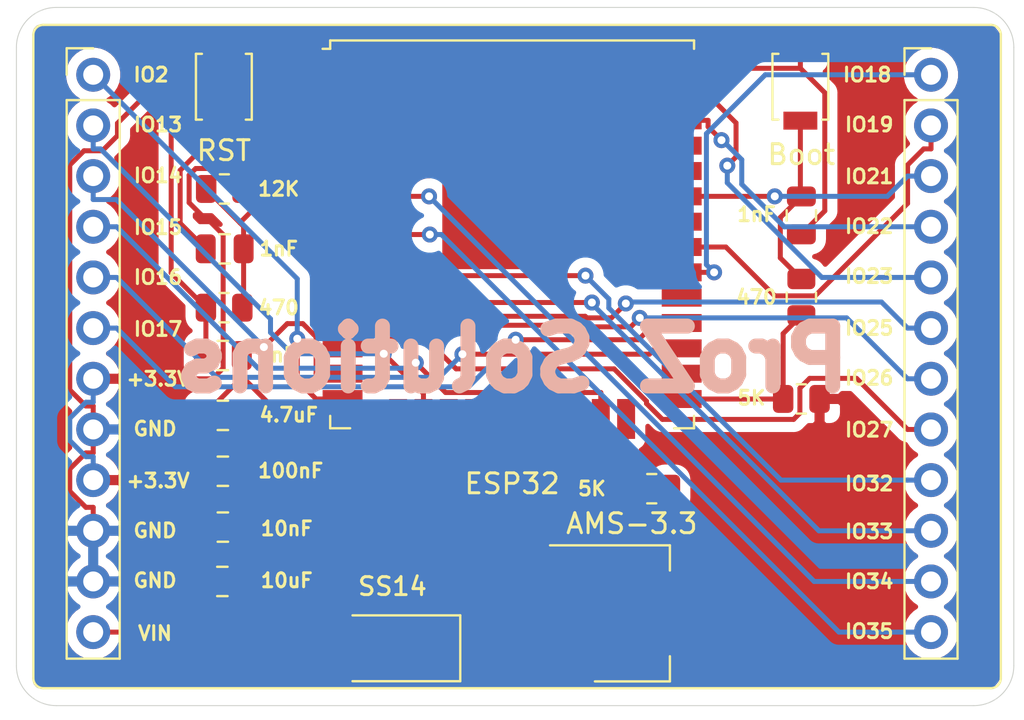
<source format=kicad_pcb>
(kicad_pcb (version 20171130) (host pcbnew 5.1.10-88a1d61d58~90~ubuntu20.04.1)

  (general
    (thickness 1.6)
    (drawings 41)
    (tracks 281)
    (zones 0)
    (modules 19)
    (nets 28)
  )

  (page A4)
  (layers
    (0 F.Cu signal)
    (31 B.Cu signal)
    (32 B.Adhes user)
    (33 F.Adhes user)
    (34 B.Paste user)
    (35 F.Paste user)
    (36 B.SilkS user)
    (37 F.SilkS user)
    (38 B.Mask user)
    (39 F.Mask user)
    (40 Dwgs.User user)
    (41 Cmts.User user)
    (42 Eco1.User user)
    (43 Eco2.User user)
    (44 Edge.Cuts user)
    (45 Margin user)
    (46 B.CrtYd user)
    (47 F.CrtYd user)
    (48 B.Fab user)
    (49 F.Fab user)
  )

  (setup
    (last_trace_width 0.25)
    (trace_clearance 0.2)
    (zone_clearance 0.508)
    (zone_45_only no)
    (trace_min 0.2)
    (via_size 0.8)
    (via_drill 0.4)
    (via_min_size 0.4)
    (via_min_drill 0.3)
    (uvia_size 0.3)
    (uvia_drill 0.1)
    (uvias_allowed no)
    (uvia_min_size 0.2)
    (uvia_min_drill 0.1)
    (edge_width 0.05)
    (segment_width 0.2)
    (pcb_text_width 0.3)
    (pcb_text_size 1.5 1.5)
    (mod_edge_width 0.12)
    (mod_text_size 1 1)
    (mod_text_width 0.15)
    (pad_size 1.7 1.7)
    (pad_drill 1)
    (pad_to_mask_clearance 0)
    (aux_axis_origin 0 0)
    (visible_elements FFFDF77F)
    (pcbplotparams
      (layerselection 0x010fc_ffffffff)
      (usegerberextensions true)
      (usegerberattributes true)
      (usegerberadvancedattributes true)
      (creategerberjobfile true)
      (excludeedgelayer true)
      (linewidth 0.100000)
      (plotframeref false)
      (viasonmask false)
      (mode 1)
      (useauxorigin false)
      (hpglpennumber 1)
      (hpglpenspeed 20)
      (hpglpendiameter 15.000000)
      (psnegative false)
      (psa4output false)
      (plotreference true)
      (plotvalue true)
      (plotinvisibletext false)
      (padsonsilk false)
      (subtractmaskfromsilk false)
      (outputformat 1)
      (mirror false)
      (drillshape 0)
      (scaleselection 1)
      (outputdirectory "./"))
  )

  (net 0 "")
  (net 1 VIN)
  (net 2 GND)
  (net 3 EN)
  (net 4 "Net-(C3-Pad1)")
  (net 5 "Net-(C4-Pad1)")
  (net 6 +3V3)
  (net 7 "Net-(D1-Pad1)")
  (net 8 IO17)
  (net 9 IO16)
  (net 10 IO15)
  (net 11 IO14)
  (net 12 IO13)
  (net 13 IO12)
  (net 14 IO18)
  (net 15 IO19)
  (net 16 IO21)
  (net 17 IO22)
  (net 18 IO23)
  (net 19 IO25)
  (net 20 IO26)
  (net 21 IO27)
  (net 22 IO32)
  (net 23 IO33)
  (net 24 IO34)
  (net 25 IO35)
  (net 26 IO0)
  (net 27 IO2)

  (net_class Default "This is the default net class."
    (clearance 0.2)
    (trace_width 0.25)
    (via_dia 0.8)
    (via_drill 0.4)
    (uvia_dia 0.3)
    (uvia_drill 0.1)
    (add_net +3V3)
    (add_net EN)
    (add_net GND)
    (add_net IO0)
    (add_net IO12)
    (add_net IO13)
    (add_net IO14)
    (add_net IO15)
    (add_net IO16)
    (add_net IO17)
    (add_net IO18)
    (add_net IO19)
    (add_net IO2)
    (add_net IO21)
    (add_net IO22)
    (add_net IO23)
    (add_net IO25)
    (add_net IO26)
    (add_net IO27)
    (add_net IO32)
    (add_net IO33)
    (add_net IO34)
    (add_net IO35)
    (add_net "Net-(C3-Pad1)")
    (add_net "Net-(C4-Pad1)")
    (add_net "Net-(D1-Pad1)")
    (add_net VIN)
  )

  (module Capacitor_SMD:C_0805_2012Metric (layer F.Cu) (tedit 5F68FEEE) (tstamp 60EC47CA)
    (at 130.475 106.65 180)
    (descr "Capacitor SMD 0805 (2012 Metric), square (rectangular) end terminal, IPC_7351 nominal, (Body size source: IPC-SM-782 page 76, https://www.pcb-3d.com/wordpress/wp-content/uploads/ipc-sm-782a_amendment_1_and_2.pdf, https://docs.google.com/spreadsheets/d/1BsfQQcO9C6DZCsRaXUlFlo91Tg2WpOkGARC1WS5S8t0/edit?usp=sharing), generated with kicad-footprint-generator")
    (tags capacitor)
    (path /60E6EE59)
    (attr smd)
    (fp_text reference 10uF (at -3.225 0.05) (layer F.SilkS)
      (effects (font (size 0.7 0.7) (thickness 0.15)))
    )
    (fp_text value 10uF (at 0 1.68) (layer F.Fab)
      (effects (font (size 1 1) (thickness 0.15)))
    )
    (fp_line (start 1.7 0.98) (end -1.7 0.98) (layer F.CrtYd) (width 0.05))
    (fp_line (start 1.7 -0.98) (end 1.7 0.98) (layer F.CrtYd) (width 0.05))
    (fp_line (start -1.7 -0.98) (end 1.7 -0.98) (layer F.CrtYd) (width 0.05))
    (fp_line (start -1.7 0.98) (end -1.7 -0.98) (layer F.CrtYd) (width 0.05))
    (fp_line (start -0.261252 0.735) (end 0.261252 0.735) (layer F.SilkS) (width 0.12))
    (fp_line (start -0.261252 -0.735) (end 0.261252 -0.735) (layer F.SilkS) (width 0.12))
    (fp_line (start 1 0.625) (end -1 0.625) (layer F.Fab) (width 0.1))
    (fp_line (start 1 -0.625) (end 1 0.625) (layer F.Fab) (width 0.1))
    (fp_line (start -1 -0.625) (end 1 -0.625) (layer F.Fab) (width 0.1))
    (fp_line (start -1 0.625) (end -1 -0.625) (layer F.Fab) (width 0.1))
    (fp_text user %R (at 0 0) (layer F.Fab)
      (effects (font (size 0.5 0.5) (thickness 0.08)))
    )
    (pad 1 smd roundrect (at -0.95 0 180) (size 1 1.45) (layers F.Cu F.Paste F.Mask) (roundrect_rratio 0.25)
      (net 1 VIN))
    (pad 2 smd roundrect (at 0.95 0 180) (size 1 1.45) (layers F.Cu F.Paste F.Mask) (roundrect_rratio 0.25)
      (net 2 GND))
    (model ${KISYS3DMOD}/Capacitor_SMD.3dshapes/C_0805_2012Metric.wrl
      (at (xyz 0 0 0))
      (scale (xyz 1 1 1))
      (rotate (xyz 0 0 0))
    )
  )

  (module Capacitor_SMD:C_0805_2012Metric (layer F.Cu) (tedit 5F68FEEE) (tstamp 60EC3D89)
    (at 130.59 89.975)
    (descr "Capacitor SMD 0805 (2012 Metric), square (rectangular) end terminal, IPC_7351 nominal, (Body size source: IPC-SM-782 page 76, https://www.pcb-3d.com/wordpress/wp-content/uploads/ipc-sm-782a_amendment_1_and_2.pdf, https://docs.google.com/spreadsheets/d/1BsfQQcO9C6DZCsRaXUlFlo91Tg2WpOkGARC1WS5S8t0/edit?usp=sharing), generated with kicad-footprint-generator")
    (tags capacitor)
    (path /60F39A7B)
    (attr smd)
    (fp_text reference 1nF (at 2.71 0 180) (layer F.SilkS)
      (effects (font (size 0.7 0.7) (thickness 0.15)))
    )
    (fp_text value 1nF (at 0 1.68) (layer F.Fab)
      (effects (font (size 1 1) (thickness 0.15)))
    )
    (fp_line (start -1 0.625) (end -1 -0.625) (layer F.Fab) (width 0.1))
    (fp_line (start -1 -0.625) (end 1 -0.625) (layer F.Fab) (width 0.1))
    (fp_line (start 1 -0.625) (end 1 0.625) (layer F.Fab) (width 0.1))
    (fp_line (start 1 0.625) (end -1 0.625) (layer F.Fab) (width 0.1))
    (fp_line (start -0.261252 -0.735) (end 0.261252 -0.735) (layer F.SilkS) (width 0.12))
    (fp_line (start -0.261252 0.735) (end 0.261252 0.735) (layer F.SilkS) (width 0.12))
    (fp_line (start -1.7 0.98) (end -1.7 -0.98) (layer F.CrtYd) (width 0.05))
    (fp_line (start -1.7 -0.98) (end 1.7 -0.98) (layer F.CrtYd) (width 0.05))
    (fp_line (start 1.7 -0.98) (end 1.7 0.98) (layer F.CrtYd) (width 0.05))
    (fp_line (start 1.7 0.98) (end -1.7 0.98) (layer F.CrtYd) (width 0.05))
    (fp_text user %R (at 0 0) (layer F.Fab)
      (effects (font (size 0.5 0.5) (thickness 0.08)))
    )
    (pad 2 smd roundrect (at 0.95 0) (size 1 1.45) (layers F.Cu F.Paste F.Mask) (roundrect_rratio 0.25)
      (net 3 EN))
    (pad 1 smd roundrect (at -0.95 0) (size 1 1.45) (layers F.Cu F.Paste F.Mask) (roundrect_rratio 0.25)
      (net 2 GND))
    (model ${KISYS3DMOD}/Capacitor_SMD.3dshapes/C_0805_2012Metric.wrl
      (at (xyz 0 0 0))
      (scale (xyz 1 1 1))
      (rotate (xyz 0 0 0))
    )
  )

  (module Capacitor_SMD:C_0805_2012Metric (layer F.Cu) (tedit 5F68FEEE) (tstamp 60EC3D59)
    (at 130.5 95.325)
    (descr "Capacitor SMD 0805 (2012 Metric), square (rectangular) end terminal, IPC_7351 nominal, (Body size source: IPC-SM-782 page 76, https://www.pcb-3d.com/wordpress/wp-content/uploads/ipc-sm-782a_amendment_1_and_2.pdf, https://docs.google.com/spreadsheets/d/1BsfQQcO9C6DZCsRaXUlFlo91Tg2WpOkGARC1WS5S8t0/edit?usp=sharing), generated with kicad-footprint-generator")
    (tags capacitor)
    (path /60E814A9)
    (attr smd)
    (fp_text reference 1nF (at 2.7 -0.025 180) (layer F.SilkS)
      (effects (font (size 0.7 0.7) (thickness 0.15)))
    )
    (fp_text value 1nF (at 0 1.68) (layer F.Fab)
      (effects (font (size 1 1) (thickness 0.15)))
    )
    (fp_line (start 1.7 0.98) (end -1.7 0.98) (layer F.CrtYd) (width 0.05))
    (fp_line (start 1.7 -0.98) (end 1.7 0.98) (layer F.CrtYd) (width 0.05))
    (fp_line (start -1.7 -0.98) (end 1.7 -0.98) (layer F.CrtYd) (width 0.05))
    (fp_line (start -1.7 0.98) (end -1.7 -0.98) (layer F.CrtYd) (width 0.05))
    (fp_line (start -0.261252 0.735) (end 0.261252 0.735) (layer F.SilkS) (width 0.12))
    (fp_line (start -0.261252 -0.735) (end 0.261252 -0.735) (layer F.SilkS) (width 0.12))
    (fp_line (start 1 0.625) (end -1 0.625) (layer F.Fab) (width 0.1))
    (fp_line (start 1 -0.625) (end 1 0.625) (layer F.Fab) (width 0.1))
    (fp_line (start -1 -0.625) (end 1 -0.625) (layer F.Fab) (width 0.1))
    (fp_line (start -1 0.625) (end -1 -0.625) (layer F.Fab) (width 0.1))
    (fp_text user %R (at 0 0) (layer F.Fab)
      (effects (font (size 0.5 0.5) (thickness 0.08)))
    )
    (pad 1 smd roundrect (at -0.95 0) (size 1 1.45) (layers F.Cu F.Paste F.Mask) (roundrect_rratio 0.25)
      (net 4 "Net-(C3-Pad1)"))
    (pad 2 smd roundrect (at 0.95 0) (size 1 1.45) (layers F.Cu F.Paste F.Mask) (roundrect_rratio 0.25)
      (net 2 GND))
    (model ${KISYS3DMOD}/Capacitor_SMD.3dshapes/C_0805_2012Metric.wrl
      (at (xyz 0 0 0))
      (scale (xyz 1 1 1))
      (rotate (xyz 0 0 0))
    )
  )

  (module Capacitor_SMD:C_0805_2012Metric (layer F.Cu) (tedit 5F68FEEE) (tstamp 60EC49B2)
    (at 159.5 88.3 270)
    (descr "Capacitor SMD 0805 (2012 Metric), square (rectangular) end terminal, IPC_7351 nominal, (Body size source: IPC-SM-782 page 76, https://www.pcb-3d.com/wordpress/wp-content/uploads/ipc-sm-782a_amendment_1_and_2.pdf, https://docs.google.com/spreadsheets/d/1BsfQQcO9C6DZCsRaXUlFlo91Tg2WpOkGARC1WS5S8t0/edit?usp=sharing), generated with kicad-footprint-generator")
    (tags capacitor)
    (path /60E7C42C)
    (attr smd)
    (fp_text reference 1nF (at -0.05 2.25 180) (layer F.SilkS)
      (effects (font (size 0.7 0.7) (thickness 0.15)))
    )
    (fp_text value 1nF (at 0 1.68 90) (layer F.Fab)
      (effects (font (size 1 1) (thickness 0.15)))
    )
    (fp_line (start -1 0.625) (end -1 -0.625) (layer F.Fab) (width 0.1))
    (fp_line (start -1 -0.625) (end 1 -0.625) (layer F.Fab) (width 0.1))
    (fp_line (start 1 -0.625) (end 1 0.625) (layer F.Fab) (width 0.1))
    (fp_line (start 1 0.625) (end -1 0.625) (layer F.Fab) (width 0.1))
    (fp_line (start -0.261252 -0.735) (end 0.261252 -0.735) (layer F.SilkS) (width 0.12))
    (fp_line (start -0.261252 0.735) (end 0.261252 0.735) (layer F.SilkS) (width 0.12))
    (fp_line (start -1.7 0.98) (end -1.7 -0.98) (layer F.CrtYd) (width 0.05))
    (fp_line (start -1.7 -0.98) (end 1.7 -0.98) (layer F.CrtYd) (width 0.05))
    (fp_line (start 1.7 -0.98) (end 1.7 0.98) (layer F.CrtYd) (width 0.05))
    (fp_line (start 1.7 0.98) (end -1.7 0.98) (layer F.CrtYd) (width 0.05))
    (fp_text user %R (at 0 0 90) (layer F.Fab)
      (effects (font (size 0.5 0.5) (thickness 0.08)))
    )
    (pad 2 smd roundrect (at 0.95 0 270) (size 1 1.45) (layers F.Cu F.Paste F.Mask) (roundrect_rratio 0.25)
      (net 2 GND))
    (pad 1 smd roundrect (at -0.95 0 270) (size 1 1.45) (layers F.Cu F.Paste F.Mask) (roundrect_rratio 0.25)
      (net 5 "Net-(C4-Pad1)"))
    (model ${KISYS3DMOD}/Capacitor_SMD.3dshapes/C_0805_2012Metric.wrl
      (at (xyz 0 0 0))
      (scale (xyz 1 1 1))
      (rotate (xyz 0 0 0))
    )
  )

  (module Capacitor_SMD:C_0805_2012Metric (layer F.Cu) (tedit 5F68FEEE) (tstamp 60EC3DB9)
    (at 130.5 98.325 180)
    (descr "Capacitor SMD 0805 (2012 Metric), square (rectangular) end terminal, IPC_7351 nominal, (Body size source: IPC-SM-782 page 76, https://www.pcb-3d.com/wordpress/wp-content/uploads/ipc-sm-782a_amendment_1_and_2.pdf, https://docs.google.com/spreadsheets/d/1BsfQQcO9C6DZCsRaXUlFlo91Tg2WpOkGARC1WS5S8t0/edit?usp=sharing), generated with kicad-footprint-generator")
    (tags capacitor)
    (path /60E6F76C)
    (attr smd)
    (fp_text reference 4.7uF (at -3.3 0.025 180) (layer F.SilkS)
      (effects (font (size 0.7 0.7) (thickness 0.15)))
    )
    (fp_text value 4.7uF (at 0 1.68) (layer F.Fab)
      (effects (font (size 1 1) (thickness 0.15)))
    )
    (fp_line (start 1.7 0.98) (end -1.7 0.98) (layer F.CrtYd) (width 0.05))
    (fp_line (start 1.7 -0.98) (end 1.7 0.98) (layer F.CrtYd) (width 0.05))
    (fp_line (start -1.7 -0.98) (end 1.7 -0.98) (layer F.CrtYd) (width 0.05))
    (fp_line (start -1.7 0.98) (end -1.7 -0.98) (layer F.CrtYd) (width 0.05))
    (fp_line (start -0.261252 0.735) (end 0.261252 0.735) (layer F.SilkS) (width 0.12))
    (fp_line (start -0.261252 -0.735) (end 0.261252 -0.735) (layer F.SilkS) (width 0.12))
    (fp_line (start 1 0.625) (end -1 0.625) (layer F.Fab) (width 0.1))
    (fp_line (start 1 -0.625) (end 1 0.625) (layer F.Fab) (width 0.1))
    (fp_line (start -1 -0.625) (end 1 -0.625) (layer F.Fab) (width 0.1))
    (fp_line (start -1 0.625) (end -1 -0.625) (layer F.Fab) (width 0.1))
    (fp_text user %R (at 0 0) (layer F.Fab)
      (effects (font (size 0.5 0.5) (thickness 0.08)))
    )
    (pad 1 smd roundrect (at -0.95 0 180) (size 1 1.45) (layers F.Cu F.Paste F.Mask) (roundrect_rratio 0.25)
      (net 6 +3V3))
    (pad 2 smd roundrect (at 0.95 0 180) (size 1 1.45) (layers F.Cu F.Paste F.Mask) (roundrect_rratio 0.25)
      (net 2 GND))
    (model ${KISYS3DMOD}/Capacitor_SMD.3dshapes/C_0805_2012Metric.wrl
      (at (xyz 0 0 0))
      (scale (xyz 1 1 1))
      (rotate (xyz 0 0 0))
    )
  )

  (module Capacitor_SMD:C_0805_2012Metric (layer F.Cu) (tedit 5F68FEEE) (tstamp 60EC3DE9)
    (at 130.5 101.125 180)
    (descr "Capacitor SMD 0805 (2012 Metric), square (rectangular) end terminal, IPC_7351 nominal, (Body size source: IPC-SM-782 page 76, https://www.pcb-3d.com/wordpress/wp-content/uploads/ipc-sm-782a_amendment_1_and_2.pdf, https://docs.google.com/spreadsheets/d/1BsfQQcO9C6DZCsRaXUlFlo91Tg2WpOkGARC1WS5S8t0/edit?usp=sharing), generated with kicad-footprint-generator")
    (tags capacitor)
    (path /60E6FF6B)
    (attr smd)
    (fp_text reference 100nF (at -3.4 0.025 180) (layer F.SilkS)
      (effects (font (size 0.7 0.7) (thickness 0.15)))
    )
    (fp_text value 100nF (at 0 1.68) (layer F.Fab)
      (effects (font (size 1 1) (thickness 0.15)))
    )
    (fp_line (start -1 0.625) (end -1 -0.625) (layer F.Fab) (width 0.1))
    (fp_line (start -1 -0.625) (end 1 -0.625) (layer F.Fab) (width 0.1))
    (fp_line (start 1 -0.625) (end 1 0.625) (layer F.Fab) (width 0.1))
    (fp_line (start 1 0.625) (end -1 0.625) (layer F.Fab) (width 0.1))
    (fp_line (start -0.261252 -0.735) (end 0.261252 -0.735) (layer F.SilkS) (width 0.12))
    (fp_line (start -0.261252 0.735) (end 0.261252 0.735) (layer F.SilkS) (width 0.12))
    (fp_line (start -1.7 0.98) (end -1.7 -0.98) (layer F.CrtYd) (width 0.05))
    (fp_line (start -1.7 -0.98) (end 1.7 -0.98) (layer F.CrtYd) (width 0.05))
    (fp_line (start 1.7 -0.98) (end 1.7 0.98) (layer F.CrtYd) (width 0.05))
    (fp_line (start 1.7 0.98) (end -1.7 0.98) (layer F.CrtYd) (width 0.05))
    (fp_text user %R (at 0 0) (layer F.Fab)
      (effects (font (size 0.5 0.5) (thickness 0.08)))
    )
    (pad 2 smd roundrect (at 0.95 0 180) (size 1 1.45) (layers F.Cu F.Paste F.Mask) (roundrect_rratio 0.25)
      (net 2 GND))
    (pad 1 smd roundrect (at -0.95 0 180) (size 1 1.45) (layers F.Cu F.Paste F.Mask) (roundrect_rratio 0.25)
      (net 6 +3V3))
    (model ${KISYS3DMOD}/Capacitor_SMD.3dshapes/C_0805_2012Metric.wrl
      (at (xyz 0 0 0))
      (scale (xyz 1 1 1))
      (rotate (xyz 0 0 0))
    )
  )

  (module Capacitor_SMD:C_0805_2012Metric (layer F.Cu) (tedit 5F68FEEE) (tstamp 60EC3E19)
    (at 130.5 103.925 180)
    (descr "Capacitor SMD 0805 (2012 Metric), square (rectangular) end terminal, IPC_7351 nominal, (Body size source: IPC-SM-782 page 76, https://www.pcb-3d.com/wordpress/wp-content/uploads/ipc-sm-782a_amendment_1_and_2.pdf, https://docs.google.com/spreadsheets/d/1BsfQQcO9C6DZCsRaXUlFlo91Tg2WpOkGARC1WS5S8t0/edit?usp=sharing), generated with kicad-footprint-generator")
    (tags capacitor)
    (path /60E70338)
    (attr smd)
    (fp_text reference 10nF (at -3.2 -0.075 180) (layer F.SilkS)
      (effects (font (size 0.7 0.7) (thickness 0.15)))
    )
    (fp_text value 10nF (at 0 1.68) (layer F.Fab)
      (effects (font (size 1 1) (thickness 0.15)))
    )
    (fp_line (start 1.7 0.98) (end -1.7 0.98) (layer F.CrtYd) (width 0.05))
    (fp_line (start 1.7 -0.98) (end 1.7 0.98) (layer F.CrtYd) (width 0.05))
    (fp_line (start -1.7 -0.98) (end 1.7 -0.98) (layer F.CrtYd) (width 0.05))
    (fp_line (start -1.7 0.98) (end -1.7 -0.98) (layer F.CrtYd) (width 0.05))
    (fp_line (start -0.261252 0.735) (end 0.261252 0.735) (layer F.SilkS) (width 0.12))
    (fp_line (start -0.261252 -0.735) (end 0.261252 -0.735) (layer F.SilkS) (width 0.12))
    (fp_line (start 1 0.625) (end -1 0.625) (layer F.Fab) (width 0.1))
    (fp_line (start 1 -0.625) (end 1 0.625) (layer F.Fab) (width 0.1))
    (fp_line (start -1 -0.625) (end 1 -0.625) (layer F.Fab) (width 0.1))
    (fp_line (start -1 0.625) (end -1 -0.625) (layer F.Fab) (width 0.1))
    (fp_text user %R (at 0 0 180) (layer F.Fab)
      (effects (font (size 0.5 0.5) (thickness 0.08)))
    )
    (pad 1 smd roundrect (at -0.95 0 180) (size 1 1.45) (layers F.Cu F.Paste F.Mask) (roundrect_rratio 0.25)
      (net 6 +3V3))
    (pad 2 smd roundrect (at 0.95 0 180) (size 1 1.45) (layers F.Cu F.Paste F.Mask) (roundrect_rratio 0.25)
      (net 2 GND))
    (model ${KISYS3DMOD}/Capacitor_SMD.3dshapes/C_0805_2012Metric.wrl
      (at (xyz 0 0 0))
      (scale (xyz 1 1 1))
      (rotate (xyz 0 0 0))
    )
  )

  (module Diode_SMD:D_SMA (layer F.Cu) (tedit 586432E5) (tstamp 60EEE250)
    (at 139 110 180)
    (descr "Diode SMA (DO-214AC)")
    (tags "Diode SMA (DO-214AC)")
    (path /60E79387)
    (attr smd)
    (fp_text reference SS14 (at 0 3.1 180) (layer F.SilkS)
      (effects (font (size 0.9 0.9) (thickness 0.15)))
    )
    (fp_text value D_Schottky (at 0 2.6) (layer F.Fab)
      (effects (font (size 1 1) (thickness 0.15)))
    )
    (fp_line (start -3.4 -1.65) (end 2 -1.65) (layer F.SilkS) (width 0.12))
    (fp_line (start -3.4 1.65) (end 2 1.65) (layer F.SilkS) (width 0.12))
    (fp_line (start -0.64944 0.00102) (end 0.50118 -0.79908) (layer F.Fab) (width 0.1))
    (fp_line (start -0.64944 0.00102) (end 0.50118 0.75032) (layer F.Fab) (width 0.1))
    (fp_line (start 0.50118 0.75032) (end 0.50118 -0.79908) (layer F.Fab) (width 0.1))
    (fp_line (start -0.64944 -0.79908) (end -0.64944 0.80112) (layer F.Fab) (width 0.1))
    (fp_line (start 0.50118 0.00102) (end 1.4994 0.00102) (layer F.Fab) (width 0.1))
    (fp_line (start -0.64944 0.00102) (end -1.55114 0.00102) (layer F.Fab) (width 0.1))
    (fp_line (start -3.5 1.75) (end -3.5 -1.75) (layer F.CrtYd) (width 0.05))
    (fp_line (start 3.5 1.75) (end -3.5 1.75) (layer F.CrtYd) (width 0.05))
    (fp_line (start 3.5 -1.75) (end 3.5 1.75) (layer F.CrtYd) (width 0.05))
    (fp_line (start -3.5 -1.75) (end 3.5 -1.75) (layer F.CrtYd) (width 0.05))
    (fp_line (start 2.3 -1.5) (end -2.3 -1.5) (layer F.Fab) (width 0.1))
    (fp_line (start 2.3 -1.5) (end 2.3 1.5) (layer F.Fab) (width 0.1))
    (fp_line (start -2.3 1.5) (end -2.3 -1.5) (layer F.Fab) (width 0.1))
    (fp_line (start 2.3 1.5) (end -2.3 1.5) (layer F.Fab) (width 0.1))
    (fp_line (start -3.4 -1.65) (end -3.4 1.65) (layer F.SilkS) (width 0.12))
    (pad 1 smd rect (at -2 0 180) (size 2.5 1.8) (layers F.Cu F.Paste F.Mask)
      (net 7 "Net-(D1-Pad1)"))
    (pad 2 smd rect (at 2 0 180) (size 2.5 1.8) (layers F.Cu F.Paste F.Mask)
      (net 1 VIN))
    (model ${KISYS3DMOD}/Diode_SMD.3dshapes/D_SMA.wrl
      (at (xyz 0 0 0))
      (scale (xyz 1 1 1))
      (rotate (xyz 0 0 0))
    )
  )

  (module Connector_PinHeader_2.54mm:PinHeader_1x12_P2.54mm_Vertical (layer F.Cu) (tedit 60EC0085) (tstamp 60EC4306)
    (at 124 81.25)
    (descr "Through hole straight pin header, 1x12, 2.54mm pitch, single row")
    (tags "Through hole pin header THT 1x12 2.54mm single row")
    (path /60EF5535)
    (fp_text reference J1 (at 2.75 0) (layer F.Fab) hide
      (effects (font (size 1 1) (thickness 0.15)))
    )
    (fp_text value Conn_01x12 (at 0 30.27) (layer F.Fab)
      (effects (font (size 1 1) (thickness 0.15)))
    )
    (fp_line (start -0.635 -1.27) (end 1.27 -1.27) (layer F.Fab) (width 0.1))
    (fp_line (start 1.27 -1.27) (end 1.27 29.21) (layer F.Fab) (width 0.1))
    (fp_line (start 1.27 29.21) (end -1.27 29.21) (layer F.Fab) (width 0.1))
    (fp_line (start -1.27 29.21) (end -1.27 -0.635) (layer F.Fab) (width 0.1))
    (fp_line (start -1.27 -0.635) (end -0.635 -1.27) (layer F.Fab) (width 0.1))
    (fp_line (start -1.33 29.27) (end 1.33 29.27) (layer F.SilkS) (width 0.12))
    (fp_line (start -1.33 1.27) (end -1.33 29.27) (layer F.SilkS) (width 0.12))
    (fp_line (start 1.33 1.27) (end 1.33 29.27) (layer F.SilkS) (width 0.12))
    (fp_line (start -1.33 1.27) (end 1.33 1.27) (layer F.SilkS) (width 0.12))
    (fp_line (start -1.33 0) (end -1.33 -1.33) (layer F.SilkS) (width 0.12))
    (fp_line (start -1.33 -1.33) (end 0 -1.33) (layer F.SilkS) (width 0.12))
    (fp_line (start -1.8 -1.8) (end -1.8 29.75) (layer F.CrtYd) (width 0.05))
    (fp_line (start -1.8 29.75) (end 1.8 29.75) (layer F.CrtYd) (width 0.05))
    (fp_line (start 1.8 29.75) (end 1.8 -1.8) (layer F.CrtYd) (width 0.05))
    (fp_line (start 1.8 -1.8) (end -1.8 -1.8) (layer F.CrtYd) (width 0.05))
    (pad 12 thru_hole oval (at 0 27.94) (size 1.7 1.7) (drill 1) (layers *.Cu *.Mask)
      (net 1 VIN))
    (pad 11 thru_hole oval (at 0 25.4) (size 1.7 1.7) (drill 1) (layers *.Cu *.Mask)
      (net 2 GND))
    (pad 10 thru_hole oval (at 0 22.86) (size 1.7 1.7) (drill 1) (layers *.Cu *.Mask)
      (net 2 GND))
    (pad 9 thru_hole oval (at 0 20.32) (size 1.7 1.7) (drill 1) (layers *.Cu *.Mask)
      (net 6 +3V3))
    (pad 8 thru_hole oval (at 0 17.78) (size 1.7 1.7) (drill 1) (layers *.Cu *.Mask)
      (net 2 GND))
    (pad 7 thru_hole oval (at 0 15.24) (size 1.7 1.7) (drill 1) (layers *.Cu *.Mask)
      (net 6 +3V3))
    (pad 6 thru_hole oval (at 0 12.7) (size 1.7 1.7) (drill 1) (layers *.Cu *.Mask)
      (net 8 IO17))
    (pad 5 thru_hole oval (at 0 10.16) (size 1.7 1.7) (drill 1) (layers *.Cu *.Mask)
      (net 9 IO16))
    (pad 4 thru_hole oval (at 0 7.62) (size 1.7 1.7) (drill 1) (layers *.Cu *.Mask)
      (net 10 IO15))
    (pad 3 thru_hole oval (at 0 5.08) (size 1.7 1.7) (drill 1) (layers *.Cu *.Mask)
      (net 11 IO14))
    (pad 2 thru_hole oval (at 0 2.54) (size 1.7 1.7) (drill 1) (layers *.Cu *.Mask)
      (net 12 IO13))
    (pad 1 thru_hole circle (at 0 0) (size 1.7 1.7) (drill 1) (layers *.Cu *.Mask)
      (net 13 IO12))
    (model ${KISYS3DMOD}/Connector_PinHeader_2.54mm.3dshapes/PinHeader_1x12_P2.54mm_Vertical.wrl
      (at (xyz 0 0 0))
      (scale (xyz 1 1 1))
      (rotate (xyz 0 0 0))
    )
  )

  (module Connector_PinHeader_2.54mm:PinHeader_1x12_P2.54mm_Vertical (layer F.Cu) (tedit 60EC0090) (tstamp 60EC43E2)
    (at 166 81.25)
    (descr "Through hole straight pin header, 1x12, 2.54mm pitch, single row")
    (tags "Through hole pin header THT 1x12 2.54mm single row")
    (path /60F1C486)
    (fp_text reference J2 (at -3 0) (layer F.Fab) hide
      (effects (font (size 1 1) (thickness 0.15)))
    )
    (fp_text value Conn_01x12 (at 0 30.27) (layer F.Fab)
      (effects (font (size 1 1) (thickness 0.15)))
    )
    (fp_line (start 1.8 -1.8) (end -1.8 -1.8) (layer F.CrtYd) (width 0.05))
    (fp_line (start 1.8 29.75) (end 1.8 -1.8) (layer F.CrtYd) (width 0.05))
    (fp_line (start -1.8 29.75) (end 1.8 29.75) (layer F.CrtYd) (width 0.05))
    (fp_line (start -1.8 -1.8) (end -1.8 29.75) (layer F.CrtYd) (width 0.05))
    (fp_line (start -1.33 -1.33) (end 0 -1.33) (layer F.SilkS) (width 0.12))
    (fp_line (start -1.33 0) (end -1.33 -1.33) (layer F.SilkS) (width 0.12))
    (fp_line (start -1.33 1.27) (end 1.33 1.27) (layer F.SilkS) (width 0.12))
    (fp_line (start 1.33 1.27) (end 1.33 29.27) (layer F.SilkS) (width 0.12))
    (fp_line (start -1.33 1.27) (end -1.33 29.27) (layer F.SilkS) (width 0.12))
    (fp_line (start -1.33 29.27) (end 1.33 29.27) (layer F.SilkS) (width 0.12))
    (fp_line (start -1.27 -0.635) (end -0.635 -1.27) (layer F.Fab) (width 0.1))
    (fp_line (start -1.27 29.21) (end -1.27 -0.635) (layer F.Fab) (width 0.1))
    (fp_line (start 1.27 29.21) (end -1.27 29.21) (layer F.Fab) (width 0.1))
    (fp_line (start 1.27 -1.27) (end 1.27 29.21) (layer F.Fab) (width 0.1))
    (fp_line (start -0.635 -1.27) (end 1.27 -1.27) (layer F.Fab) (width 0.1))
    (fp_text user %R (at 0 13.97 90) (layer F.Fab)
      (effects (font (size 1 1) (thickness 0.15)))
    )
    (pad 1 thru_hole circle (at 0 0) (size 1.7 1.7) (drill 1) (layers *.Cu *.Mask)
      (net 14 IO18))
    (pad 2 thru_hole oval (at 0 2.54) (size 1.7 1.7) (drill 1) (layers *.Cu *.Mask)
      (net 15 IO19))
    (pad 3 thru_hole oval (at 0 5.08) (size 1.7 1.7) (drill 1) (layers *.Cu *.Mask)
      (net 16 IO21))
    (pad 4 thru_hole oval (at 0 7.62) (size 1.7 1.7) (drill 1) (layers *.Cu *.Mask)
      (net 17 IO22))
    (pad 5 thru_hole oval (at 0 10.16) (size 1.7 1.7) (drill 1) (layers *.Cu *.Mask)
      (net 18 IO23))
    (pad 6 thru_hole oval (at 0 12.7) (size 1.7 1.7) (drill 1) (layers *.Cu *.Mask)
      (net 19 IO25))
    (pad 7 thru_hole oval (at 0 15.24) (size 1.7 1.7) (drill 1) (layers *.Cu *.Mask)
      (net 20 IO26))
    (pad 8 thru_hole oval (at 0 17.78) (size 1.7 1.7) (drill 1) (layers *.Cu *.Mask)
      (net 21 IO27))
    (pad 9 thru_hole oval (at 0 20.32) (size 1.7 1.7) (drill 1) (layers *.Cu *.Mask)
      (net 22 IO32))
    (pad 10 thru_hole oval (at 0 22.86) (size 1.7 1.7) (drill 1) (layers *.Cu *.Mask)
      (net 23 IO33))
    (pad 11 thru_hole oval (at 0 25.4) (size 1.7 1.7) (drill 1) (layers *.Cu *.Mask)
      (net 24 IO34))
    (pad 12 thru_hole oval (at 0 27.94) (size 1.7 1.7) (drill 1) (layers *.Cu *.Mask)
      (net 25 IO35))
    (model ${KISYS3DMOD}/Connector_PinHeader_2.54mm.3dshapes/PinHeader_1x12_P2.54mm_Vertical.wrl
      (at (xyz 0 0 0))
      (scale (xyz 1 1 1))
      (rotate (xyz 0 0 0))
    )
  )

  (module Resistor_SMD:R_0805_2012Metric (layer F.Cu) (tedit 5F68FEEE) (tstamp 60EC49E2)
    (at 159.5 97.5)
    (descr "Resistor SMD 0805 (2012 Metric), square (rectangular) end terminal, IPC_7351 nominal, (Body size source: IPC-SM-782 page 72, https://www.pcb-3d.com/wordpress/wp-content/uploads/ipc-sm-782a_amendment_1_and_2.pdf), generated with kicad-footprint-generator")
    (tags resistor)
    (path /60F49423)
    (attr smd)
    (fp_text reference 5K (at -2.5 -0.05 180) (layer F.SilkS)
      (effects (font (size 0.7 0.7) (thickness 0.15)))
    )
    (fp_text value 5K (at 0 1.65) (layer F.Fab)
      (effects (font (size 1 1) (thickness 0.15)))
    )
    (fp_line (start -1 0.625) (end -1 -0.625) (layer F.Fab) (width 0.1))
    (fp_line (start -1 -0.625) (end 1 -0.625) (layer F.Fab) (width 0.1))
    (fp_line (start 1 -0.625) (end 1 0.625) (layer F.Fab) (width 0.1))
    (fp_line (start 1 0.625) (end -1 0.625) (layer F.Fab) (width 0.1))
    (fp_line (start -0.227064 -0.735) (end 0.227064 -0.735) (layer F.SilkS) (width 0.12))
    (fp_line (start -0.227064 0.735) (end 0.227064 0.735) (layer F.SilkS) (width 0.12))
    (fp_line (start -1.68 0.95) (end -1.68 -0.95) (layer F.CrtYd) (width 0.05))
    (fp_line (start -1.68 -0.95) (end 1.68 -0.95) (layer F.CrtYd) (width 0.05))
    (fp_line (start 1.68 -0.95) (end 1.68 0.95) (layer F.CrtYd) (width 0.05))
    (fp_line (start 1.68 0.95) (end -1.68 0.95) (layer F.CrtYd) (width 0.05))
    (fp_text user %R (at 0 0) (layer F.Fab)
      (effects (font (size 0.5 0.5) (thickness 0.08)))
    )
    (pad 2 smd roundrect (at 0.9125 0) (size 1.025 1.4) (layers F.Cu F.Paste F.Mask) (roundrect_rratio 0.2439014634146341)
      (net 6 +3V3))
    (pad 1 smd roundrect (at -0.9125 0) (size 1.025 1.4) (layers F.Cu F.Paste F.Mask) (roundrect_rratio 0.2439014634146341)
      (net 26 IO0))
    (model ${KISYS3DMOD}/Resistor_SMD.3dshapes/R_0805_2012Metric.wrl
      (at (xyz 0 0 0))
      (scale (xyz 1 1 1))
      (rotate (xyz 0 0 0))
    )
  )

  (module Resistor_SMD:R_0805_2012Metric (layer F.Cu) (tedit 5F68FEEE) (tstamp 60EC3D29)
    (at 130.575 86.975)
    (descr "Resistor SMD 0805 (2012 Metric), square (rectangular) end terminal, IPC_7351 nominal, (Body size source: IPC-SM-782 page 72, https://www.pcb-3d.com/wordpress/wp-content/uploads/ipc-sm-782a_amendment_1_and_2.pdf), generated with kicad-footprint-generator")
    (tags resistor)
    (path /60F393A1)
    (attr smd)
    (fp_text reference 12K (at 2.725 0 180) (layer F.SilkS)
      (effects (font (size 0.7 0.7) (thickness 0.15)))
    )
    (fp_text value 12K (at 0 1.65) (layer F.Fab)
      (effects (font (size 1 1) (thickness 0.15)))
    )
    (fp_line (start -1 0.625) (end -1 -0.625) (layer F.Fab) (width 0.1))
    (fp_line (start -1 -0.625) (end 1 -0.625) (layer F.Fab) (width 0.1))
    (fp_line (start 1 -0.625) (end 1 0.625) (layer F.Fab) (width 0.1))
    (fp_line (start 1 0.625) (end -1 0.625) (layer F.Fab) (width 0.1))
    (fp_line (start -0.227064 -0.735) (end 0.227064 -0.735) (layer F.SilkS) (width 0.12))
    (fp_line (start -0.227064 0.735) (end 0.227064 0.735) (layer F.SilkS) (width 0.12))
    (fp_line (start -1.68 0.95) (end -1.68 -0.95) (layer F.CrtYd) (width 0.05))
    (fp_line (start -1.68 -0.95) (end 1.68 -0.95) (layer F.CrtYd) (width 0.05))
    (fp_line (start 1.68 -0.95) (end 1.68 0.95) (layer F.CrtYd) (width 0.05))
    (fp_line (start 1.68 0.95) (end -1.68 0.95) (layer F.CrtYd) (width 0.05))
    (fp_text user %R (at 0 0) (layer F.Fab)
      (effects (font (size 0.5 0.5) (thickness 0.08)))
    )
    (pad 2 smd roundrect (at 0.9125 0) (size 1.025 1.4) (layers F.Cu F.Paste F.Mask) (roundrect_rratio 0.2439014634146341)
      (net 6 +3V3))
    (pad 1 smd roundrect (at -0.9125 0) (size 1.025 1.4) (layers F.Cu F.Paste F.Mask) (roundrect_rratio 0.2439014634146341)
      (net 3 EN))
    (model ${KISYS3DMOD}/Resistor_SMD.3dshapes/R_0805_2012Metric.wrl
      (at (xyz 0 0 0))
      (scale (xyz 1 1 1))
      (rotate (xyz 0 0 0))
    )
  )

  (module Resistor_SMD:R_0805_2012Metric (layer F.Cu) (tedit 5F68FEEE) (tstamp 60EC5FC9)
    (at 152 102 180)
    (descr "Resistor SMD 0805 (2012 Metric), square (rectangular) end terminal, IPC_7351 nominal, (Body size source: IPC-SM-782 page 72, https://www.pcb-3d.com/wordpress/wp-content/uploads/ipc-sm-782a_amendment_1_and_2.pdf), generated with kicad-footprint-generator")
    (tags resistor)
    (path /60F50CDD)
    (attr smd)
    (fp_text reference 5K (at 3 0 180) (layer F.SilkS)
      (effects (font (size 0.7 0.7) (thickness 0.15)))
    )
    (fp_text value 5K (at 0 1.65) (layer F.Fab)
      (effects (font (size 1 1) (thickness 0.15)))
    )
    (fp_line (start 1.68 0.95) (end -1.68 0.95) (layer F.CrtYd) (width 0.05))
    (fp_line (start 1.68 -0.95) (end 1.68 0.95) (layer F.CrtYd) (width 0.05))
    (fp_line (start -1.68 -0.95) (end 1.68 -0.95) (layer F.CrtYd) (width 0.05))
    (fp_line (start -1.68 0.95) (end -1.68 -0.95) (layer F.CrtYd) (width 0.05))
    (fp_line (start -0.227064 0.735) (end 0.227064 0.735) (layer F.SilkS) (width 0.12))
    (fp_line (start -0.227064 -0.735) (end 0.227064 -0.735) (layer F.SilkS) (width 0.12))
    (fp_line (start 1 0.625) (end -1 0.625) (layer F.Fab) (width 0.1))
    (fp_line (start 1 -0.625) (end 1 0.625) (layer F.Fab) (width 0.1))
    (fp_line (start -1 -0.625) (end 1 -0.625) (layer F.Fab) (width 0.1))
    (fp_line (start -1 0.625) (end -1 -0.625) (layer F.Fab) (width 0.1))
    (fp_text user %R (at 0 0) (layer F.Fab)
      (effects (font (size 0.5 0.5) (thickness 0.08)))
    )
    (pad 1 smd roundrect (at -0.9125 0 180) (size 1.025 1.4) (layers F.Cu F.Paste F.Mask) (roundrect_rratio 0.2439014634146341)
      (net 2 GND))
    (pad 2 smd roundrect (at 0.9125 0 180) (size 1.025 1.4) (layers F.Cu F.Paste F.Mask) (roundrect_rratio 0.2439014634146341)
      (net 27 IO2))
    (model ${KISYS3DMOD}/Resistor_SMD.3dshapes/R_0805_2012Metric.wrl
      (at (xyz 0 0 0))
      (scale (xyz 1 1 1))
      (rotate (xyz 0 0 0))
    )
  )

  (module Resistor_SMD:R_0805_2012Metric (layer F.Cu) (tedit 5F68FEEE) (tstamp 60EC3CF9)
    (at 130.562 92.925 180)
    (descr "Resistor SMD 0805 (2012 Metric), square (rectangular) end terminal, IPC_7351 nominal, (Body size source: IPC-SM-782 page 72, https://www.pcb-3d.com/wordpress/wp-content/uploads/ipc-sm-782a_amendment_1_and_2.pdf), generated with kicad-footprint-generator")
    (tags resistor)
    (path /60E814A3)
    (attr smd)
    (fp_text reference 470 (at -2.738 0 180) (layer F.SilkS)
      (effects (font (size 0.7 0.7) (thickness 0.15)))
    )
    (fp_text value 470 (at 0 1.65) (layer F.Fab)
      (effects (font (size 1 1) (thickness 0.15)))
    )
    (fp_line (start 1.68 0.95) (end -1.68 0.95) (layer F.CrtYd) (width 0.05))
    (fp_line (start 1.68 -0.95) (end 1.68 0.95) (layer F.CrtYd) (width 0.05))
    (fp_line (start -1.68 -0.95) (end 1.68 -0.95) (layer F.CrtYd) (width 0.05))
    (fp_line (start -1.68 0.95) (end -1.68 -0.95) (layer F.CrtYd) (width 0.05))
    (fp_line (start -0.227064 0.735) (end 0.227064 0.735) (layer F.SilkS) (width 0.12))
    (fp_line (start -0.227064 -0.735) (end 0.227064 -0.735) (layer F.SilkS) (width 0.12))
    (fp_line (start 1 0.625) (end -1 0.625) (layer F.Fab) (width 0.1))
    (fp_line (start 1 -0.625) (end 1 0.625) (layer F.Fab) (width 0.1))
    (fp_line (start -1 -0.625) (end 1 -0.625) (layer F.Fab) (width 0.1))
    (fp_line (start -1 0.625) (end -1 -0.625) (layer F.Fab) (width 0.1))
    (fp_text user %R (at 0 0) (layer F.Fab)
      (effects (font (size 0.5 0.5) (thickness 0.08)))
    )
    (pad 1 smd roundrect (at -0.9125 0 180) (size 1.025 1.4) (layers F.Cu F.Paste F.Mask) (roundrect_rratio 0.2439014634146341)
      (net 3 EN))
    (pad 2 smd roundrect (at 0.9125 0 180) (size 1.025 1.4) (layers F.Cu F.Paste F.Mask) (roundrect_rratio 0.2439014634146341)
      (net 4 "Net-(C3-Pad1)"))
    (model ${KISYS3DMOD}/Resistor_SMD.3dshapes/R_0805_2012Metric.wrl
      (at (xyz 0 0 0))
      (scale (xyz 1 1 1))
      (rotate (xyz 0 0 0))
    )
  )

  (module Resistor_SMD:R_0805_2012Metric (layer F.Cu) (tedit 5F68FEEE) (tstamp 60EC4A12)
    (at 159.5 92.4 90)
    (descr "Resistor SMD 0805 (2012 Metric), square (rectangular) end terminal, IPC_7351 nominal, (Body size source: IPC-SM-782 page 72, https://www.pcb-3d.com/wordpress/wp-content/uploads/ipc-sm-782a_amendment_1_and_2.pdf), generated with kicad-footprint-generator")
    (tags resistor)
    (path /60E7B2B1)
    (attr smd)
    (fp_text reference 470 (at 0 -2.25 180) (layer F.SilkS)
      (effects (font (size 0.7 0.7) (thickness 0.15)))
    )
    (fp_text value 470 (at 0 1.65 90) (layer F.Fab)
      (effects (font (size 1 1) (thickness 0.15)))
    )
    (fp_line (start 1.68 0.95) (end -1.68 0.95) (layer F.CrtYd) (width 0.05))
    (fp_line (start 1.68 -0.95) (end 1.68 0.95) (layer F.CrtYd) (width 0.05))
    (fp_line (start -1.68 -0.95) (end 1.68 -0.95) (layer F.CrtYd) (width 0.05))
    (fp_line (start -1.68 0.95) (end -1.68 -0.95) (layer F.CrtYd) (width 0.05))
    (fp_line (start -0.227064 0.735) (end 0.227064 0.735) (layer F.SilkS) (width 0.12))
    (fp_line (start -0.227064 -0.735) (end 0.227064 -0.735) (layer F.SilkS) (width 0.12))
    (fp_line (start 1 0.625) (end -1 0.625) (layer F.Fab) (width 0.1))
    (fp_line (start 1 -0.625) (end 1 0.625) (layer F.Fab) (width 0.1))
    (fp_line (start -1 -0.625) (end 1 -0.625) (layer F.Fab) (width 0.1))
    (fp_line (start -1 0.625) (end -1 -0.625) (layer F.Fab) (width 0.1))
    (fp_text user %R (at 0 0 270) (layer F.Fab)
      (effects (font (size 0.5 0.5) (thickness 0.08)))
    )
    (pad 1 smd roundrect (at -0.9125 0 90) (size 1.025 1.4) (layers F.Cu F.Paste F.Mask) (roundrect_rratio 0.2439014634146341)
      (net 26 IO0))
    (pad 2 smd roundrect (at 0.9125 0 90) (size 1.025 1.4) (layers F.Cu F.Paste F.Mask) (roundrect_rratio 0.2439014634146341)
      (net 5 "Net-(C4-Pad1)"))
    (model ${KISYS3DMOD}/Resistor_SMD.3dshapes/R_0805_2012Metric.wrl
      (at (xyz 0 0 0))
      (scale (xyz 1 1 1))
      (rotate (xyz 0 0 0))
    )
  )

  (module Button_Switch_SMD:SW_SPST_B3U-1000P (layer F.Cu) (tedit 5A02FC95) (tstamp 60EC366E)
    (at 130.55 81.85 90)
    (descr "Ultra-small-sized Tactile Switch with High Contact Reliability, Top-actuated Model, without Ground Terminal, without Boss")
    (tags "Tactile Switch")
    (path /60E8149D)
    (attr smd)
    (fp_text reference RST (at -3.2 0) (layer F.SilkS)
      (effects (font (size 1 1) (thickness 0.15)))
    )
    (fp_text value SW_SPST (at 3.5 0 180) (layer F.Fab)
      (effects (font (size 1 1) (thickness 0.15)))
    )
    (fp_circle (center 0 0) (end 0.75 0) (layer F.Fab) (width 0.1))
    (fp_line (start -1.5 1.25) (end -1.5 -1.25) (layer F.Fab) (width 0.1))
    (fp_line (start 1.5 1.25) (end -1.5 1.25) (layer F.Fab) (width 0.1))
    (fp_line (start 1.5 -1.25) (end 1.5 1.25) (layer F.Fab) (width 0.1))
    (fp_line (start -1.5 -1.25) (end 1.5 -1.25) (layer F.Fab) (width 0.1))
    (fp_line (start 1.65 -1.4) (end 1.65 -1.1) (layer F.SilkS) (width 0.12))
    (fp_line (start -1.65 -1.4) (end 1.65 -1.4) (layer F.SilkS) (width 0.12))
    (fp_line (start -1.65 -1.1) (end -1.65 -1.4) (layer F.SilkS) (width 0.12))
    (fp_line (start 1.65 1.4) (end 1.65 1.1) (layer F.SilkS) (width 0.12))
    (fp_line (start -1.65 1.4) (end 1.65 1.4) (layer F.SilkS) (width 0.12))
    (fp_line (start -1.65 1.1) (end -1.65 1.4) (layer F.SilkS) (width 0.12))
    (fp_line (start -2.4 -1.65) (end -2.4 1.65) (layer F.CrtYd) (width 0.05))
    (fp_line (start 2.4 -1.65) (end -2.4 -1.65) (layer F.CrtYd) (width 0.05))
    (fp_line (start 2.4 1.65) (end 2.4 -1.65) (layer F.CrtYd) (width 0.05))
    (fp_line (start -2.4 1.65) (end 2.4 1.65) (layer F.CrtYd) (width 0.05))
    (pad 1 smd rect (at -1.7 0 90) (size 0.9 1.7) (layers F.Cu F.Paste F.Mask)
      (net 2 GND))
    (pad 2 smd rect (at 1.7 0 90) (size 0.9 1.7) (layers F.Cu F.Paste F.Mask)
      (net 4 "Net-(C3-Pad1)"))
    (model ${KISYS3DMOD}/Button_Switch_SMD.3dshapes/SW_SPST_B3U-1000P.wrl
      (at (xyz 0 0 0))
      (scale (xyz 1 1 1))
      (rotate (xyz 0 0 0))
    )
  )

  (module Button_Switch_SMD:SW_SPST_B3U-1000P (layer F.Cu) (tedit 5A02FC95) (tstamp 60EC5281)
    (at 159.45 81.85 270)
    (descr "Ultra-small-sized Tactile Switch with High Contact Reliability, Top-actuated Model, without Ground Terminal, without Boss")
    (tags "Tactile Switch")
    (path /60E7A173)
    (attr smd)
    (fp_text reference Boot (at 3.4 -0.05 180) (layer F.SilkS)
      (effects (font (size 1 1) (thickness 0.15)))
    )
    (fp_text value SW_SPST (at 3.5 0 180) (layer F.Fab)
      (effects (font (size 1 1) (thickness 0.15)))
    )
    (fp_line (start -2.4 1.65) (end 2.4 1.65) (layer F.CrtYd) (width 0.05))
    (fp_line (start 2.4 1.65) (end 2.4 -1.65) (layer F.CrtYd) (width 0.05))
    (fp_line (start 2.4 -1.65) (end -2.4 -1.65) (layer F.CrtYd) (width 0.05))
    (fp_line (start -2.4 -1.65) (end -2.4 1.65) (layer F.CrtYd) (width 0.05))
    (fp_line (start -1.65 1.1) (end -1.65 1.4) (layer F.SilkS) (width 0.12))
    (fp_line (start -1.65 1.4) (end 1.65 1.4) (layer F.SilkS) (width 0.12))
    (fp_line (start 1.65 1.4) (end 1.65 1.1) (layer F.SilkS) (width 0.12))
    (fp_line (start -1.65 -1.1) (end -1.65 -1.4) (layer F.SilkS) (width 0.12))
    (fp_line (start -1.65 -1.4) (end 1.65 -1.4) (layer F.SilkS) (width 0.12))
    (fp_line (start 1.65 -1.4) (end 1.65 -1.1) (layer F.SilkS) (width 0.12))
    (fp_line (start -1.5 -1.25) (end 1.5 -1.25) (layer F.Fab) (width 0.1))
    (fp_line (start 1.5 -1.25) (end 1.5 1.25) (layer F.Fab) (width 0.1))
    (fp_line (start 1.5 1.25) (end -1.5 1.25) (layer F.Fab) (width 0.1))
    (fp_line (start -1.5 1.25) (end -1.5 -1.25) (layer F.Fab) (width 0.1))
    (fp_circle (center 0 0) (end 0.75 0) (layer F.Fab) (width 0.1))
    (pad 2 smd rect (at 1.7 0 270) (size 0.9 1.7) (layers F.Cu F.Paste F.Mask)
      (net 5 "Net-(C4-Pad1)"))
    (pad 1 smd rect (at -1.7 0 270) (size 0.9 1.7) (layers F.Cu F.Paste F.Mask)
      (net 2 GND))
    (model ${KISYS3DMOD}/Button_Switch_SMD.3dshapes/SW_SPST_B3U-1000P.wrl
      (at (xyz 0 0 0))
      (scale (xyz 1 1 1))
      (rotate (xyz 0 0 0))
    )
  )

  (module Package_TO_SOT_SMD:SOT-223-3_TabPin2 (layer F.Cu) (tedit 5A02FF57) (tstamp 60EEE2A7)
    (at 151 108.25)
    (descr "module CMS SOT223 4 pins")
    (tags "CMS SOT")
    (path /60E73C4E)
    (attr smd)
    (fp_text reference AMS-3.3 (at 0 -4.5) (layer F.SilkS)
      (effects (font (size 1 1) (thickness 0.15)))
    )
    (fp_text value AMS1117-3.3 (at 0 4.5) (layer F.Fab)
      (effects (font (size 1 1) (thickness 0.15)))
    )
    (fp_line (start 1.85 -3.35) (end 1.85 3.35) (layer F.Fab) (width 0.1))
    (fp_line (start -1.85 3.35) (end 1.85 3.35) (layer F.Fab) (width 0.1))
    (fp_line (start -4.1 -3.41) (end 1.91 -3.41) (layer F.SilkS) (width 0.12))
    (fp_line (start -0.85 -3.35) (end 1.85 -3.35) (layer F.Fab) (width 0.1))
    (fp_line (start -1.85 3.41) (end 1.91 3.41) (layer F.SilkS) (width 0.12))
    (fp_line (start -1.85 -2.35) (end -1.85 3.35) (layer F.Fab) (width 0.1))
    (fp_line (start -1.85 -2.35) (end -0.85 -3.35) (layer F.Fab) (width 0.1))
    (fp_line (start -4.4 -3.6) (end -4.4 3.6) (layer F.CrtYd) (width 0.05))
    (fp_line (start -4.4 3.6) (end 4.4 3.6) (layer F.CrtYd) (width 0.05))
    (fp_line (start 4.4 3.6) (end 4.4 -3.6) (layer F.CrtYd) (width 0.05))
    (fp_line (start 4.4 -3.6) (end -4.4 -3.6) (layer F.CrtYd) (width 0.05))
    (fp_line (start 1.91 -3.41) (end 1.91 -2.15) (layer F.SilkS) (width 0.12))
    (fp_line (start 1.91 3.41) (end 1.91 2.15) (layer F.SilkS) (width 0.12))
    (fp_text user %R (at 0 0 90) (layer F.Fab)
      (effects (font (size 0.8 0.8) (thickness 0.12)))
    )
    (pad 2 smd rect (at 3.15 0) (size 2 3.8) (layers F.Cu F.Paste F.Mask)
      (net 6 +3V3))
    (pad 2 smd rect (at -3.15 0) (size 2 1.5) (layers F.Cu F.Paste F.Mask)
      (net 6 +3V3))
    (pad 3 smd rect (at -3.15 2.3) (size 2 1.5) (layers F.Cu F.Paste F.Mask)
      (net 7 "Net-(D1-Pad1)"))
    (pad 1 smd rect (at -3.15 -2.3) (size 2 1.5) (layers F.Cu F.Paste F.Mask)
      (net 2 GND))
    (model ${KISYS3DMOD}/Package_TO_SOT_SMD.3dshapes/SOT-223.wrl
      (at (xyz 0 0 0))
      (scale (xyz 1 1 1))
      (rotate (xyz 0 0 0))
    )
  )

  (module RF_Module:ESP32-WROOM-32U (layer F.Cu) (tedit 5B5B4734) (tstamp 60EC1685)
    (at 145 89.25)
    (descr "Single 2.4 GHz Wi-Fi and Bluetooth combo chip with U.FL connector, https://www.espressif.com/sites/default/files/documentation/esp32-wroom-32d_esp32-wroom-32u_datasheet_en.pdf")
    (tags "Single 2.4 GHz Wi-Fi and Bluetooth combo  chip")
    (path /60E6EFF5)
    (attr smd)
    (fp_text reference ESP32 (at 0 12.5 180) (layer F.SilkS)
      (effects (font (size 1 1) (thickness 0.15)))
    )
    (fp_text value ESP32-WROOM-32U (at 0 11.5) (layer F.Fab)
      (effects (font (size 1 1) (thickness 0.15)))
    )
    (fp_line (start -9.12 -9.3) (end -9.5 -9.3) (layer F.SilkS) (width 0.12))
    (fp_line (start -9.12 -9.72) (end -9.12 -9.3) (layer F.SilkS) (width 0.12))
    (fp_line (start 9.12 -9.72) (end 9.12 -9.3) (layer F.SilkS) (width 0.12))
    (fp_line (start -9.12 -9.72) (end 9.12 -9.72) (layer F.SilkS) (width 0.12))
    (fp_line (start 9.12 9.72) (end 8.12 9.72) (layer F.SilkS) (width 0.12))
    (fp_line (start 9.12 9.1) (end 9.12 9.72) (layer F.SilkS) (width 0.12))
    (fp_line (start -9.12 9.72) (end -8.12 9.72) (layer F.SilkS) (width 0.12))
    (fp_line (start -9.12 9.1) (end -9.12 9.72) (layer F.SilkS) (width 0.12))
    (fp_line (start 9.75 -9.85) (end -9.75 -9.85) (layer F.CrtYd) (width 0.05))
    (fp_line (start -9 -8) (end -8.5 -8.5) (layer F.Fab) (width 0.1))
    (fp_line (start -8.5 -8.5) (end -9 -9) (layer F.Fab) (width 0.1))
    (fp_line (start -9 -8) (end -9 9.6) (layer F.Fab) (width 0.1))
    (fp_line (start 9.75 -9.85) (end 9.75 10.5) (layer F.CrtYd) (width 0.05))
    (fp_line (start -9.75 10.5) (end 9.75 10.5) (layer F.CrtYd) (width 0.05))
    (fp_line (start -9.75 10.5) (end -9.75 -9.85) (layer F.CrtYd) (width 0.05))
    (fp_line (start -9 -9.6) (end 9 -9.6) (layer F.Fab) (width 0.1))
    (fp_line (start -9 -9.6) (end -9 -9) (layer F.Fab) (width 0.1))
    (fp_line (start -9 9.6) (end 9 9.6) (layer F.Fab) (width 0.1))
    (fp_line (start 9 9.6) (end 9 -9.6) (layer F.Fab) (width 0.1))
    (pad 39 smd rect (at -1 -0.755) (size 5 5) (layers F.Cu F.Paste F.Mask)
      (net 2 GND))
    (pad 1 smd rect (at -8.5 -8.255) (size 2 0.9) (layers F.Cu F.Paste F.Mask)
      (net 2 GND))
    (pad 2 smd rect (at -8.5 -6.985) (size 2 0.9) (layers F.Cu F.Paste F.Mask)
      (net 6 +3V3))
    (pad 3 smd rect (at -8.5 -5.715) (size 2 0.9) (layers F.Cu F.Paste F.Mask)
      (net 3 EN))
    (pad 4 smd rect (at -8.5 -4.445) (size 2 0.9) (layers F.Cu F.Paste F.Mask))
    (pad 5 smd rect (at -8.5 -3.175) (size 2 0.9) (layers F.Cu F.Paste F.Mask))
    (pad 6 smd rect (at -8.5 -1.905) (size 2 0.9) (layers F.Cu F.Paste F.Mask)
      (net 24 IO34))
    (pad 7 smd rect (at -8.5 -0.635) (size 2 0.9) (layers F.Cu F.Paste F.Mask)
      (net 25 IO35))
    (pad 8 smd rect (at -8.5 0.635) (size 2 0.9) (layers F.Cu F.Paste F.Mask)
      (net 22 IO32))
    (pad 9 smd rect (at -8.5 1.905) (size 2 0.9) (layers F.Cu F.Paste F.Mask)
      (net 23 IO33))
    (pad 10 smd rect (at -8.5 3.175) (size 2 0.9) (layers F.Cu F.Paste F.Mask)
      (net 19 IO25))
    (pad 11 smd rect (at -8.5 4.445) (size 2 0.9) (layers F.Cu F.Paste F.Mask)
      (net 20 IO26))
    (pad 12 smd rect (at -8.5 5.715) (size 2 0.9) (layers F.Cu F.Paste F.Mask)
      (net 21 IO27))
    (pad 13 smd rect (at -8.5 6.985) (size 2 0.9) (layers F.Cu F.Paste F.Mask)
      (net 11 IO14))
    (pad 14 smd rect (at -8.5 8.255) (size 2 0.9) (layers F.Cu F.Paste F.Mask)
      (net 13 IO12))
    (pad 15 smd rect (at -5.715 9.255 270) (size 2 0.9) (layers F.Cu F.Paste F.Mask)
      (net 2 GND))
    (pad 16 smd rect (at -4.445 9.255 90) (size 2 0.9) (layers F.Cu F.Paste F.Mask)
      (net 12 IO13))
    (pad 17 smd rect (at -3.175 9.255 90) (size 2 0.9) (layers F.Cu F.Paste F.Mask))
    (pad 18 smd rect (at -1.905 9.255 90) (size 2 0.9) (layers F.Cu F.Paste F.Mask))
    (pad 19 smd rect (at -0.635 9.255 90) (size 2 0.9) (layers F.Cu F.Paste F.Mask))
    (pad 20 smd rect (at 0.635 9.255 90) (size 2 0.9) (layers F.Cu F.Paste F.Mask))
    (pad 21 smd rect (at 1.905 9.255 90) (size 2 0.9) (layers F.Cu F.Paste F.Mask))
    (pad 22 smd rect (at 3.175 9.255 90) (size 2 0.9) (layers F.Cu F.Paste F.Mask))
    (pad 23 smd rect (at 4.445 9.255 90) (size 2 0.9) (layers F.Cu F.Paste F.Mask)
      (net 10 IO15))
    (pad 24 smd rect (at 5.715 9.255 90) (size 2 0.9) (layers F.Cu F.Paste F.Mask)
      (net 27 IO2))
    (pad 25 smd rect (at 8.5 8.255) (size 2 0.9) (layers F.Cu F.Paste F.Mask)
      (net 26 IO0))
    (pad 26 smd rect (at 8.5 6.985) (size 2 0.9) (layers F.Cu F.Paste F.Mask))
    (pad 27 smd rect (at 8.5 5.715) (size 2 0.9) (layers F.Cu F.Paste F.Mask)
      (net 9 IO16))
    (pad 28 smd rect (at 8.5 4.445) (size 2 0.9) (layers F.Cu F.Paste F.Mask)
      (net 8 IO17))
    (pad 29 smd rect (at 8.5 3.175) (size 2 0.9) (layers F.Cu F.Paste F.Mask))
    (pad 30 smd rect (at 8.5 1.905) (size 2 0.9) (layers F.Cu F.Paste F.Mask)
      (net 14 IO18))
    (pad 31 smd rect (at 8.5 0.635) (size 2 0.9) (layers F.Cu F.Paste F.Mask)
      (net 15 IO19))
    (pad 32 smd rect (at 8.5 -0.635) (size 2 0.9) (layers F.Cu F.Paste F.Mask))
    (pad 33 smd rect (at 8.5 -1.905) (size 2 0.9) (layers F.Cu F.Paste F.Mask)
      (net 16 IO21))
    (pad 34 smd rect (at 8.5 -3.175) (size 2 0.9) (layers F.Cu F.Paste F.Mask))
    (pad 35 smd rect (at 8.5 -4.445) (size 2 0.9) (layers F.Cu F.Paste F.Mask))
    (pad 36 smd rect (at 8.5 -5.715) (size 2 0.9) (layers F.Cu F.Paste F.Mask)
      (net 17 IO22))
    (pad 37 smd rect (at 8.5 -6.985) (size 2 0.9) (layers F.Cu F.Paste F.Mask)
      (net 18 IO23))
    (pad 38 smd rect (at 8.5 -8.255) (size 2 0.9) (layers F.Cu F.Paste F.Mask)
      (net 2 GND))
    (model ${KISYS3DMOD}/RF_Module.3dshapes/ESP32-WROOM-32U.wrl
      (at (xyz 0 0 0))
      (scale (xyz 1 1 1))
      (rotate (xyz 0 0 0))
    )
  )

  (gr_text IO35 (at 162.9 109.15) (layer F.SilkS) (tstamp 60EEE021)
    (effects (font (size 0.7 0.7) (thickness 0.15)))
  )
  (gr_text IO34 (at 162.9 106.65) (layer F.SilkS) (tstamp 60EEE044)
    (effects (font (size 0.7 0.7) (thickness 0.15)))
  )
  (gr_text IO33 (at 162.9 104.15) (layer F.SilkS) (tstamp 60EEE04B)
    (effects (font (size 0.7 0.7) (thickness 0.15)))
  )
  (gr_text IO32 (at 162.9 101.75) (layer F.SilkS) (tstamp 60EEE021)
    (effects (font (size 0.7 0.7) (thickness 0.15)))
  )
  (gr_text IO27 (at 162.9 99.05) (layer F.SilkS) (tstamp 60EEE021)
    (effects (font (size 0.7 0.7) (thickness 0.15)))
  )
  (gr_text IO26 (at 162.9 96.45) (layer F.SilkS) (tstamp 60EEE021)
    (effects (font (size 0.7 0.7) (thickness 0.15)))
  )
  (gr_text IO25 (at 162.9 93.95) (layer F.SilkS) (tstamp 60EEE021)
    (effects (font (size 0.7 0.7) (thickness 0.15)))
  )
  (gr_text IO23 (at 162.9 91.35) (layer F.SilkS) (tstamp 60EEE021)
    (effects (font (size 0.7 0.7) (thickness 0.15)))
  )
  (gr_text IO22 (at 162.9 88.85) (layer F.SilkS) (tstamp 60EEE021)
    (effects (font (size 0.7 0.7) (thickness 0.15)))
  )
  (gr_text IO21 (at 162.9 86.35) (layer F.SilkS) (tstamp 60EEE021)
    (effects (font (size 0.7 0.7) (thickness 0.15)))
  )
  (gr_text IO19 (at 162.9 83.75) (layer F.SilkS) (tstamp 60EEE021)
    (effects (font (size 0.7 0.7) (thickness 0.15)))
  )
  (gr_text IO18 (at 162.8 81.25) (layer F.SilkS) (tstamp 60EEE021)
    (effects (font (size 0.7 0.7) (thickness 0.15)))
  )
  (gr_text VIN (at 127.1 109.25) (layer F.SilkS) (tstamp 60EEDE04)
    (effects (font (size 0.7 0.7) (thickness 0.15)))
  )
  (gr_text GND (at 127.1 106.6) (layer F.SilkS) (tstamp 60EEDE04)
    (effects (font (size 0.7 0.7) (thickness 0.15)))
  )
  (gr_text GND (at 127.1 104.1) (layer F.SilkS) (tstamp 60EEDE04)
    (effects (font (size 0.7 0.7) (thickness 0.15)))
  )
  (gr_text +3.3V (at 127.25 101.6) (layer F.SilkS) (tstamp 60EEDE04)
    (effects (font (size 0.7 0.7) (thickness 0.15)))
  )
  (gr_text GND (at 127.1 99) (layer F.SilkS) (tstamp 60EEE207)
    (effects (font (size 0.7 0.7) (thickness 0.15)))
  )
  (gr_text +3.3V (at 127.25 96.5) (layer F.SilkS) (tstamp 60EEDF65)
    (effects (font (size 0.7 0.7) (thickness 0.15)))
  )
  (gr_text IO17 (at 127.25 94) (layer F.SilkS) (tstamp 60EEDF5C)
    (effects (font (size 0.7 0.7) (thickness 0.15)))
  )
  (gr_text IO16 (at 127.25 91.4) (layer F.SilkS) (tstamp 60EEDE04)
    (effects (font (size 0.7 0.7) (thickness 0.15)))
  )
  (gr_text IO15 (at 127.25 88.9) (layer F.SilkS) (tstamp 60EEDE04)
    (effects (font (size 0.7 0.7) (thickness 0.15)))
  )
  (gr_text IO14 (at 127.25 86.3) (layer F.SilkS) (tstamp 60EEDF49)
    (effects (font (size 0.7 0.7) (thickness 0.15)))
  )
  (gr_text IO13 (at 127.25 83.75) (layer F.SilkS) (tstamp 60EEDF4E)
    (effects (font (size 0.7 0.7) (thickness 0.15)))
  )
  (gr_text IO2 (at 126.9 81.25) (layer F.SilkS)
    (effects (font (size 0.7 0.7) (thickness 0.15)))
  )
  (gr_text "ProZ Solutions" (at 145 95.5) (layer B.SilkS)
    (effects (font (size 3 3) (thickness 0.75)) (justify mirror))
  )
  (gr_arc (start 121.5 111.5) (end 121 111.5) (angle -90) (layer F.SilkS) (width 0.12))
  (gr_arc (start 169 111.5) (end 169 112) (angle -90) (layer F.SilkS) (width 0.12))
  (gr_arc (start 169 79.25) (end 169.5 79.25) (angle -90) (layer F.SilkS) (width 0.12))
  (gr_arc (start 121.5 79.25) (end 121.5 78.75) (angle -90) (layer F.SilkS) (width 0.12))
  (gr_line (start 121 111.5) (end 121 79.25) (layer F.SilkS) (width 0.12))
  (gr_line (start 169 112) (end 121.5 112) (layer F.SilkS) (width 0.12))
  (gr_line (start 169.5 79.25) (end 169.5 111.5) (layer F.SilkS) (width 0.12))
  (gr_line (start 121.5 78.75) (end 169 78.75) (layer F.SilkS) (width 0.12))
  (gr_arc (start 122.15 110.875) (end 120.15 110.875) (angle -90) (layer Edge.Cuts) (width 0.05))
  (gr_arc (start 168.15 110.875) (end 168.15 112.875) (angle -90) (layer Edge.Cuts) (width 0.05))
  (gr_arc (start 168.15 79.875) (end 170.15 79.875) (angle -90) (layer Edge.Cuts) (width 0.05))
  (gr_arc (start 122.15 79.875) (end 122.15 77.875) (angle -90) (layer Edge.Cuts) (width 0.05))
  (gr_line (start 120.15 110.875) (end 120.15 79.875) (layer Edge.Cuts) (width 0.05))
  (gr_line (start 168.15 112.875) (end 122.15 112.875) (layer Edge.Cuts) (width 0.05))
  (gr_line (start 170.15 79.875) (end 170.15 110.875) (layer Edge.Cuts) (width 0.05))
  (gr_line (start 122.15 77.875) (end 168.15 77.875) (layer Edge.Cuts) (width 0.05))

  (segment (start 131.425 109.19) (end 134.6147 109.19) (width 0.25) (layer F.Cu) (net 1))
  (segment (start 134.6147 109.19) (end 135.4247 110) (width 0.25) (layer F.Cu) (net 1))
  (segment (start 124 109.19) (end 131.425 109.19) (width 0.25) (layer F.Cu) (net 1))
  (segment (start 131.425 109.19) (end 131.425 106.65) (width 0.25) (layer F.Cu) (net 1))
  (segment (start 137 110) (end 135.4247 110) (width 0.25) (layer F.Cu) (net 1))
  (segment (start 130.55 84.3253) (end 130.0723 84.3253) (width 0.25) (layer F.Cu) (net 2))
  (segment (start 130.0723 84.3253) (end 128.3588 86.0388) (width 0.25) (layer F.Cu) (net 2))
  (segment (start 128.3588 86.0388) (end 128.3588 88.6938) (width 0.25) (layer F.Cu) (net 2))
  (segment (start 128.3588 88.6938) (end 129.64 89.975) (width 0.25) (layer F.Cu) (net 2))
  (segment (start 132.3297 80.995) (end 130.55 82.7747) (width 0.25) (layer F.Cu) (net 2))
  (segment (start 136.5 80.995) (end 132.3297 80.995) (width 0.25) (layer F.Cu) (net 2))
  (segment (start 132.3297 80.995) (end 132.3297 80.0752) (width 0.25) (layer F.Cu) (net 2))
  (segment (start 132.3297 80.0752) (end 131.6291 79.3746) (width 0.25) (layer F.Cu) (net 2))
  (segment (start 131.6291 79.3746) (end 129.5222 79.3746) (width 0.25) (layer F.Cu) (net 2))
  (segment (start 129.5222 79.3746) (end 125.2156 83.6812) (width 0.25) (layer F.Cu) (net 2))
  (segment (start 125.2156 83.6812) (end 125.2156 84.303) (width 0.25) (layer F.Cu) (net 2))
  (segment (start 125.2156 84.303) (end 124.4586 85.06) (width 0.25) (layer F.Cu) (net 2))
  (segment (start 124.4586 85.06) (end 123.5394 85.06) (width 0.25) (layer F.Cu) (net 2))
  (segment (start 123.5394 85.06) (end 122.8247 85.7747) (width 0.25) (layer F.Cu) (net 2))
  (segment (start 122.8247 85.7747) (end 122.8247 97.0468) (width 0.25) (layer F.Cu) (net 2))
  (segment (start 122.8247 97.0468) (end 123.6326 97.8547) (width 0.25) (layer F.Cu) (net 2))
  (segment (start 123.6326 97.8547) (end 124 97.8547) (width 0.25) (layer F.Cu) (net 2))
  (segment (start 124 99.03) (end 124 97.8547) (width 0.25) (layer F.Cu) (net 2))
  (segment (start 159.45 80.9253) (end 160.6745 82.1498) (width 0.25) (layer F.Cu) (net 2))
  (segment (start 160.6745 82.1498) (end 160.6745 88.0755) (width 0.25) (layer F.Cu) (net 2))
  (segment (start 160.6745 88.0755) (end 159.5 89.25) (width 0.25) (layer F.Cu) (net 2))
  (segment (start 154.8253 80.995) (end 154.895 80.9253) (width 0.25) (layer F.Cu) (net 2))
  (segment (start 154.895 80.9253) (end 159.45 80.9253) (width 0.25) (layer F.Cu) (net 2))
  (segment (start 153.5 80.995) (end 154.8253 80.995) (width 0.25) (layer F.Cu) (net 2))
  (segment (start 130.55 83.55) (end 130.55 82.7747) (width 0.25) (layer F.Cu) (net 2))
  (segment (start 136.8314 80.995) (end 136.5 80.995) (width 0.25) (layer F.Cu) (net 2))
  (segment (start 136.8314 80.995) (end 137.8253 80.995) (width 0.25) (layer F.Cu) (net 2))
  (segment (start 153.5 80.995) (end 148.6747 80.995) (width 0.25) (layer F.Cu) (net 2))
  (segment (start 148.6747 80.995) (end 144 85.6697) (width 0.25) (layer F.Cu) (net 2))
  (segment (start 144 85.6697) (end 139.3253 80.995) (width 0.25) (layer F.Cu) (net 2))
  (segment (start 139.3253 80.995) (end 137.8253 80.995) (width 0.25) (layer F.Cu) (net 2))
  (segment (start 144 88.495) (end 144 85.6697) (width 0.25) (layer F.Cu) (net 2))
  (segment (start 147.85 105.95) (end 149.1753 105.95) (width 0.25) (layer F.Cu) (net 2))
  (segment (start 149.1753 105.95) (end 149.1753 105.7372) (width 0.25) (layer F.Cu) (net 2))
  (segment (start 149.1753 105.7372) (end 152.9125 102) (width 0.25) (layer F.Cu) (net 2))
  (segment (start 139.285 99.1676) (end 146.0674 105.95) (width 0.25) (layer F.Cu) (net 2))
  (segment (start 146.0674 105.95) (end 147.85 105.95) (width 0.25) (layer F.Cu) (net 2))
  (segment (start 131.4743 96.4007) (end 131.45 96.3764) (width 0.25) (layer F.Cu) (net 2))
  (segment (start 131.45 96.3764) (end 131.45 95.325) (width 0.25) (layer F.Cu) (net 2))
  (segment (start 139.285 98.8363) (end 133.9099 98.8363) (width 0.25) (layer F.Cu) (net 2))
  (segment (start 133.9099 98.8363) (end 131.4743 96.4007) (width 0.25) (layer F.Cu) (net 2))
  (segment (start 131.4743 96.4007) (end 129.55 98.325) (width 0.25) (layer F.Cu) (net 2))
  (segment (start 139.285 98.8363) (end 139.285 99.1676) (width 0.25) (layer F.Cu) (net 2))
  (segment (start 139.285 98.505) (end 139.285 98.8363) (width 0.25) (layer F.Cu) (net 2))
  (segment (start 128.15 99.725) (end 129.55 98.325) (width 0.25) (layer F.Cu) (net 2))
  (segment (start 130.55 83.55) (end 130.55 84.3253) (width 0.25) (layer F.Cu) (net 2))
  (segment (start 124 104.11) (end 124 102.9347) (width 0.25) (layer F.Cu) (net 2))
  (segment (start 124 99.03) (end 124 100.2053) (width 0.25) (layer F.Cu) (net 2))
  (segment (start 124 100.2053) (end 123.6327 100.2053) (width 0.25) (layer F.Cu) (net 2))
  (segment (start 123.6327 100.2053) (end 122.8247 101.0133) (width 0.25) (layer F.Cu) (net 2))
  (segment (start 122.8247 101.0133) (end 122.8247 102.1268) (width 0.25) (layer F.Cu) (net 2))
  (segment (start 122.8247 102.1268) (end 123.6326 102.9347) (width 0.25) (layer F.Cu) (net 2))
  (segment (start 123.6326 102.9347) (end 124 102.9347) (width 0.25) (layer F.Cu) (net 2))
  (segment (start 128.15 99.725) (end 129.55 101.125) (width 0.25) (layer F.Cu) (net 2))
  (segment (start 125.1753 99.03) (end 125.8703 99.725) (width 0.25) (layer F.Cu) (net 2))
  (segment (start 125.8703 99.725) (end 128.15 99.725) (width 0.25) (layer F.Cu) (net 2))
  (segment (start 129.55 103.925) (end 129.55 106.625) (width 0.25) (layer F.Cu) (net 2))
  (segment (start 129.55 106.625) (end 129.525 106.65) (width 0.25) (layer F.Cu) (net 2))
  (segment (start 124 106.65) (end 129.525 106.65) (width 0.25) (layer F.Cu) (net 2))
  (segment (start 124 104.11) (end 124 106.65) (width 0.25) (layer B.Cu) (net 2))
  (segment (start 124 99.03) (end 125.1753 99.03) (width 0.25) (layer F.Cu) (net 2))
  (segment (start 159.45 80.15) (end 159.45 80.9253) (width 0.25) (layer F.Cu) (net 2))
  (segment (start 131.3561 88.6686) (end 129.6625 86.975) (width 0.25) (layer F.Cu) (net 3))
  (segment (start 131.54 89.975) (end 131.54 88.8525) (width 0.25) (layer F.Cu) (net 3))
  (segment (start 131.54 88.8525) (end 131.3561 88.6686) (width 0.25) (layer F.Cu) (net 3))
  (segment (start 135.1747 83.535) (end 135.1747 84.85) (width 0.25) (layer F.Cu) (net 3))
  (segment (start 135.1747 84.85) (end 131.3561 88.6686) (width 0.25) (layer F.Cu) (net 3))
  (segment (start 136.5 83.535) (end 135.1747 83.535) (width 0.25) (layer F.Cu) (net 3))
  (segment (start 131.4745 92.925) (end 131.54 92.8595) (width 0.25) (layer F.Cu) (net 3))
  (segment (start 131.54 92.8595) (end 131.54 89.975) (width 0.25) (layer F.Cu) (net 3))
  (segment (start 129.55 95.325) (end 129.6495 95.2255) (width 0.25) (layer F.Cu) (net 4))
  (segment (start 129.6495 95.2255) (end 129.6495 92.925) (width 0.25) (layer F.Cu) (net 4))
  (segment (start 130.55 80.9253) (end 127.9085 83.5668) (width 0.25) (layer F.Cu) (net 4))
  (segment (start 127.9085 83.5668) (end 127.9085 91.184) (width 0.25) (layer F.Cu) (net 4))
  (segment (start 127.9085 91.184) (end 129.6495 92.925) (width 0.25) (layer F.Cu) (net 4))
  (segment (start 130.55 80.15) (end 130.55 80.9253) (width 0.25) (layer F.Cu) (net 4))
  (segment (start 159.5 87.35) (end 158.445 88.405) (width 0.25) (layer F.Cu) (net 5))
  (segment (start 158.445 88.405) (end 158.445 90.4325) (width 0.25) (layer F.Cu) (net 5))
  (segment (start 158.445 90.4325) (end 159.5 91.4875) (width 0.25) (layer F.Cu) (net 5))
  (segment (start 159.45 83.55) (end 159.45 87.3) (width 0.25) (layer F.Cu) (net 5))
  (segment (start 159.45 87.3) (end 159.5 87.35) (width 0.25) (layer F.Cu) (net 5))
  (segment (start 131.4875 85.9522) (end 131.4875 86.975) (width 0.25) (layer F.Cu) (net 6))
  (segment (start 135.1747 82.265) (end 131.4875 85.9522) (width 0.25) (layer F.Cu) (net 6))
  (segment (start 131.4875 85.9522) (end 131.4837 85.9484) (width 0.25) (layer F.Cu) (net 6))
  (segment (start 131.4837 85.9484) (end 129.1407 85.9484) (width 0.25) (layer F.Cu) (net 6))
  (segment (start 129.1407 85.9484) (end 128.8091 86.28) (width 0.25) (layer F.Cu) (net 6))
  (segment (start 128.8091 86.28) (end 128.8091 87.6637) (width 0.25) (layer F.Cu) (net 6))
  (segment (start 128.8091 87.6637) (end 129.6558 88.5104) (width 0.25) (layer F.Cu) (net 6))
  (segment (start 129.6558 88.5104) (end 129.76 88.5104) (width 0.25) (layer F.Cu) (net 6))
  (segment (start 129.76 88.5104) (end 130.5139 89.2643) (width 0.25) (layer F.Cu) (net 6))
  (segment (start 130.5139 89.2643) (end 130.5139 95.9574) (width 0.25) (layer F.Cu) (net 6))
  (segment (start 130.5139 95.9574) (end 129.9813 96.49) (width 0.25) (layer F.Cu) (net 6))
  (segment (start 129.9813 96.49) (end 124 96.49) (width 0.25) (layer F.Cu) (net 6))
  (segment (start 136.5 82.265) (end 135.1747 82.265) (width 0.25) (layer F.Cu) (net 6))
  (segment (start 131.45 103.925) (end 135.6875 108.1625) (width 0.25) (layer F.Cu) (net 6))
  (segment (start 135.6875 108.1625) (end 147.85 108.1625) (width 0.25) (layer F.Cu) (net 6))
  (segment (start 130.3484 102.2266) (end 131.45 103.3282) (width 0.25) (layer F.Cu) (net 6))
  (segment (start 131.45 103.3282) (end 131.45 103.925) (width 0.25) (layer F.Cu) (net 6))
  (segment (start 147.85 108.1625) (end 148.8752 107.1373) (width 0.25) (layer F.Cu) (net 6))
  (segment (start 148.8752 107.1373) (end 154.15 107.1373) (width 0.25) (layer F.Cu) (net 6))
  (segment (start 154.15 107.1373) (end 160.4125 100.8748) (width 0.25) (layer F.Cu) (net 6))
  (segment (start 160.4125 100.8748) (end 160.4125 97.5) (width 0.25) (layer F.Cu) (net 6))
  (segment (start 154.15 108.25) (end 154.15 107.1373) (width 0.25) (layer F.Cu) (net 6))
  (segment (start 147.85 108.25) (end 147.85 108.1625) (width 0.25) (layer F.Cu) (net 6))
  (segment (start 124 101.57) (end 124 100.3947) (width 0.25) (layer B.Cu) (net 6))
  (segment (start 124 96.49) (end 124 97.6653) (width 0.25) (layer B.Cu) (net 6))
  (segment (start 124 97.6653) (end 123.6327 97.6653) (width 0.25) (layer B.Cu) (net 6))
  (segment (start 123.6327 97.6653) (end 122.8247 98.4733) (width 0.25) (layer B.Cu) (net 6))
  (segment (start 122.8247 98.4733) (end 122.8247 99.5868) (width 0.25) (layer B.Cu) (net 6))
  (segment (start 122.8247 99.5868) (end 123.6326 100.3947) (width 0.25) (layer B.Cu) (net 6))
  (segment (start 123.6326 100.3947) (end 124 100.3947) (width 0.25) (layer B.Cu) (net 6))
  (segment (start 131.45 101.125) (end 131.45 98.325) (width 0.25) (layer F.Cu) (net 6))
  (segment (start 130.3484 102.2266) (end 131.45 101.125) (width 0.25) (layer F.Cu) (net 6))
  (segment (start 125.1753 101.57) (end 125.8319 102.2266) (width 0.25) (layer F.Cu) (net 6))
  (segment (start 125.8319 102.2266) (end 130.3484 102.2266) (width 0.25) (layer F.Cu) (net 6))
  (segment (start 124 101.57) (end 125.1753 101.57) (width 0.25) (layer F.Cu) (net 6))
  (segment (start 141 110) (end 142.5753 110) (width 0.25) (layer F.Cu) (net 7))
  (segment (start 147.85 110.55) (end 143.1253 110.55) (width 0.25) (layer F.Cu) (net 7))
  (segment (start 143.1253 110.55) (end 142.5753 110) (width 0.25) (layer F.Cu) (net 7))
  (segment (start 125.1753 93.95) (end 128.1164 96.8911) (width 0.25) (layer B.Cu) (net 8))
  (segment (start 128.1164 96.8911) (end 142.8195 96.8911) (width 0.25) (layer B.Cu) (net 8))
  (segment (start 142.8195 96.8911) (end 145.1777 94.5329) (width 0.25) (layer B.Cu) (net 8))
  (segment (start 145.1777 94.5329) (end 151.3368 94.5329) (width 0.25) (layer F.Cu) (net 8))
  (segment (start 151.3368 94.5329) (end 152.1747 93.695) (width 0.25) (layer F.Cu) (net 8))
  (segment (start 153.5 93.695) (end 152.1747 93.695) (width 0.25) (layer F.Cu) (net 8))
  (segment (start 124 93.95) (end 125.1753 93.95) (width 0.25) (layer B.Cu) (net 8))
  (via (at 145.1777 94.5329) (size 0.8) (layers F.Cu B.Cu) (net 8))
  (segment (start 125.1753 91.41) (end 130.1826 96.4173) (width 0.25) (layer B.Cu) (net 9))
  (segment (start 130.1826 96.4173) (end 141.3485 96.4173) (width 0.25) (layer B.Cu) (net 9))
  (segment (start 141.3485 96.4173) (end 142.5076 95.2582) (width 0.25) (layer B.Cu) (net 9))
  (segment (start 142.5076 95.2582) (end 151.8815 95.2582) (width 0.25) (layer F.Cu) (net 9))
  (segment (start 151.8815 95.2582) (end 152.1747 94.965) (width 0.25) (layer F.Cu) (net 9))
  (segment (start 124 91.41) (end 125.1753 91.41) (width 0.25) (layer B.Cu) (net 9))
  (segment (start 153.5 94.965) (end 152.1747 94.965) (width 0.25) (layer F.Cu) (net 9))
  (via (at 142.5076 95.2582) (size 0.8) (layers F.Cu B.Cu) (net 9))
  (segment (start 125.1753 88.87) (end 132.2656 95.9603) (width 0.25) (layer B.Cu) (net 10))
  (segment (start 132.2656 95.9603) (end 139.8957 95.9603) (width 0.25) (layer B.Cu) (net 10))
  (segment (start 139.8957 95.9603) (end 140.1708 95.6852) (width 0.25) (layer B.Cu) (net 10))
  (segment (start 149.445 97.1797) (end 141.6653 97.1797) (width 0.25) (layer F.Cu) (net 10))
  (segment (start 141.6653 97.1797) (end 140.1708 95.6852) (width 0.25) (layer F.Cu) (net 10))
  (segment (start 124 88.87) (end 125.1753 88.87) (width 0.25) (layer B.Cu) (net 10))
  (segment (start 149.445 98.505) (end 149.445 97.1797) (width 0.25) (layer F.Cu) (net 10))
  (via (at 140.1708 95.6852) (size 0.8) (layers F.Cu B.Cu) (net 10))
  (segment (start 124 86.33) (end 124 87.5053) (width 0.25) (layer B.Cu) (net 11))
  (segment (start 135.1747 96.235) (end 135.1747 94.393) (width 0.25) (layer F.Cu) (net 11))
  (segment (start 135.1747 94.393) (end 134.5078 93.7261) (width 0.25) (layer F.Cu) (net 11))
  (segment (start 134.5078 93.7261) (end 133.7284 93.7261) (width 0.25) (layer F.Cu) (net 11))
  (segment (start 133.7284 93.7261) (end 132.5554 94.8991) (width 0.25) (layer F.Cu) (net 11))
  (segment (start 124 87.5053) (end 125.1616 87.5053) (width 0.25) (layer B.Cu) (net 11))
  (segment (start 125.1616 87.5053) (end 132.5554 94.8991) (width 0.25) (layer B.Cu) (net 11))
  (segment (start 136.5 96.235) (end 135.1747 96.235) (width 0.25) (layer F.Cu) (net 11))
  (via (at 132.5554 94.8991) (size 0.8) (layers F.Cu B.Cu) (net 11))
  (segment (start 138.5658 95.2349) (end 133.9563 95.2349) (width 0.25) (layer B.Cu) (net 12))
  (segment (start 133.9563 95.2349) (end 132.8883 94.1669) (width 0.25) (layer B.Cu) (net 12))
  (segment (start 132.8883 94.1669) (end 132.8883 93.4863) (width 0.25) (layer B.Cu) (net 12))
  (segment (start 132.8883 93.4863) (end 124.3673 84.9653) (width 0.25) (layer B.Cu) (net 12))
  (segment (start 124.3673 84.9653) (end 124 84.9653) (width 0.25) (layer B.Cu) (net 12))
  (segment (start 140.555 97.1797) (end 140.5106 97.1797) (width 0.25) (layer F.Cu) (net 12))
  (segment (start 140.5106 97.1797) (end 138.5658 95.2349) (width 0.25) (layer F.Cu) (net 12))
  (segment (start 124 83.79) (end 124 84.9653) (width 0.25) (layer B.Cu) (net 12))
  (segment (start 140.555 98.505) (end 140.555 97.1797) (width 0.25) (layer F.Cu) (net 12))
  (via (at 138.5658 95.2349) (size 0.8) (layers F.Cu B.Cu) (net 12))
  (segment (start 134.2292 94.4821) (end 134.2292 96.5595) (width 0.25) (layer F.Cu) (net 13))
  (segment (start 134.2292 96.5595) (end 135.1747 97.505) (width 0.25) (layer F.Cu) (net 13))
  (segment (start 124 81.25) (end 134.2292 91.4792) (width 0.25) (layer B.Cu) (net 13))
  (segment (start 134.2292 91.4792) (end 134.2292 94.4821) (width 0.25) (layer B.Cu) (net 13))
  (segment (start 136.5 97.505) (end 135.1747 97.505) (width 0.25) (layer F.Cu) (net 13))
  (via (at 134.2292 94.4821) (size 0.8) (layers F.Cu B.Cu) (net 13))
  (segment (start 153.5 91.155) (end 155.1257 91.155) (width 0.25) (layer F.Cu) (net 14))
  (segment (start 155.1257 91.155) (end 154.74 90.7693) (width 0.25) (layer B.Cu) (net 14))
  (segment (start 154.74 90.7693) (end 154.74 84.2013) (width 0.25) (layer B.Cu) (net 14))
  (segment (start 154.74 84.2013) (end 157.6913 81.25) (width 0.25) (layer B.Cu) (net 14))
  (segment (start 157.6913 81.25) (end 166 81.25) (width 0.25) (layer B.Cu) (net 14))
  (via (at 155.1257 91.155) (size 0.8) (layers F.Cu B.Cu) (net 14))
  (segment (start 166 83.79) (end 166 84.9653) (width 0.25) (layer F.Cu) (net 15))
  (segment (start 153.5 89.885) (end 155.7158 89.885) (width 0.25) (layer F.Cu) (net 15))
  (segment (start 155.7158 89.885) (end 158.1648 92.334) (width 0.25) (layer F.Cu) (net 15))
  (segment (start 158.1648 92.334) (end 160.1892 92.334) (width 0.25) (layer F.Cu) (net 15))
  (segment (start 160.1892 92.334) (end 164.8247 87.6985) (width 0.25) (layer F.Cu) (net 15))
  (segment (start 164.8247 87.6985) (end 164.8247 85.7732) (width 0.25) (layer F.Cu) (net 15))
  (segment (start 164.8247 85.7732) (end 165.6326 84.9653) (width 0.25) (layer F.Cu) (net 15))
  (segment (start 165.6326 84.9653) (end 166 84.9653) (width 0.25) (layer F.Cu) (net 15))
  (segment (start 154.8253 87.345) (end 158.1669 87.345) (width 0.25) (layer F.Cu) (net 16))
  (segment (start 164.8247 86.33) (end 163.8097 87.345) (width 0.25) (layer B.Cu) (net 16))
  (segment (start 163.8097 87.345) (end 158.1669 87.345) (width 0.25) (layer B.Cu) (net 16))
  (segment (start 153.5 87.345) (end 154.8253 87.345) (width 0.25) (layer F.Cu) (net 16))
  (segment (start 166 86.33) (end 164.8247 86.33) (width 0.25) (layer B.Cu) (net 16))
  (via (at 158.1669 87.345) (size 0.8) (layers F.Cu B.Cu) (net 16))
  (segment (start 166 88.87) (end 158.6418 88.87) (width 0.25) (layer B.Cu) (net 17))
  (segment (start 158.6418 88.87) (end 156.5124 86.7406) (width 0.25) (layer B.Cu) (net 17))
  (segment (start 156.5124 86.7406) (end 156.5124 85.5047) (width 0.25) (layer B.Cu) (net 17))
  (segment (start 156.5124 85.5047) (end 155.5354 84.5277) (width 0.25) (layer B.Cu) (net 17))
  (segment (start 155.5354 84.5277) (end 155.4955 84.5277) (width 0.25) (layer B.Cu) (net 17))
  (segment (start 153.5 83.535) (end 154.8253 83.535) (width 0.25) (layer F.Cu) (net 17))
  (segment (start 154.8253 83.535) (end 154.8253 83.8575) (width 0.25) (layer F.Cu) (net 17))
  (segment (start 154.8253 83.8575) (end 155.4955 84.5277) (width 0.25) (layer F.Cu) (net 17))
  (via (at 155.4955 84.5277) (size 0.8) (layers F.Cu B.Cu) (net 17))
  (segment (start 153.5 82.265) (end 154.8253 82.265) (width 0.25) (layer F.Cu) (net 18))
  (segment (start 155.7871 85.8052) (end 155.7871 86.668) (width 0.25) (layer B.Cu) (net 18))
  (segment (start 155.7871 86.668) (end 160.5291 91.41) (width 0.25) (layer B.Cu) (net 18))
  (segment (start 160.5291 91.41) (end 166 91.41) (width 0.25) (layer B.Cu) (net 18))
  (segment (start 154.8253 82.265) (end 156.2253 83.665) (width 0.25) (layer F.Cu) (net 18))
  (segment (start 156.2253 83.665) (end 156.2253 85.367) (width 0.25) (layer F.Cu) (net 18))
  (segment (start 156.2253 85.367) (end 155.7871 85.8052) (width 0.25) (layer F.Cu) (net 18))
  (via (at 155.7871 85.8052) (size 0.8) (layers F.Cu B.Cu) (net 18))
  (segment (start 137.8253 92.425) (end 138.7575 93.3572) (width 0.25) (layer F.Cu) (net 19))
  (segment (start 138.7575 93.3572) (end 148.6637 93.3572) (width 0.25) (layer F.Cu) (net 19))
  (segment (start 148.6637 93.3572) (end 148.7434 93.4369) (width 0.25) (layer F.Cu) (net 19))
  (segment (start 148.7434 93.4369) (end 149.9786 93.4369) (width 0.25) (layer F.Cu) (net 19))
  (segment (start 149.9786 93.4369) (end 150.6999 92.7156) (width 0.25) (layer F.Cu) (net 19))
  (segment (start 164.8247 93.95) (end 163.5167 92.642) (width 0.25) (layer B.Cu) (net 19))
  (segment (start 163.5167 92.642) (end 150.7735 92.642) (width 0.25) (layer B.Cu) (net 19))
  (segment (start 150.7735 92.642) (end 150.6999 92.7156) (width 0.25) (layer B.Cu) (net 19))
  (segment (start 166 93.95) (end 164.8247 93.95) (width 0.25) (layer B.Cu) (net 19))
  (segment (start 136.5 92.425) (end 137.8253 92.425) (width 0.25) (layer F.Cu) (net 19))
  (via (at 150.6999 92.7156) (size 0.8) (layers F.Cu B.Cu) (net 19))
  (segment (start 137.8253 93.695) (end 137.9378 93.8075) (width 0.25) (layer F.Cu) (net 20))
  (segment (start 137.9378 93.8075) (end 148.4771 93.8075) (width 0.25) (layer F.Cu) (net 20))
  (segment (start 148.4771 93.8075) (end 148.5568 93.8872) (width 0.25) (layer F.Cu) (net 20))
  (segment (start 148.5568 93.8872) (end 150.949 93.8872) (width 0.25) (layer F.Cu) (net 20))
  (segment (start 150.949 93.8872) (end 151.3993 93.4369) (width 0.25) (layer F.Cu) (net 20))
  (segment (start 164.8247 96.49) (end 161.7716 93.4369) (width 0.25) (layer B.Cu) (net 20))
  (segment (start 161.7716 93.4369) (end 151.3993 93.4369) (width 0.25) (layer B.Cu) (net 20))
  (segment (start 166 96.49) (end 164.8247 96.49) (width 0.25) (layer B.Cu) (net 20))
  (segment (start 136.5 93.695) (end 137.8253 93.695) (width 0.25) (layer F.Cu) (net 20))
  (via (at 151.3993 93.4369) (size 0.8) (layers F.Cu B.Cu) (net 20))
  (segment (start 164.8247 99.03) (end 162.2635 96.4688) (width 0.25) (layer F.Cu) (net 21))
  (segment (start 162.2635 96.4688) (end 159.9163 96.4688) (width 0.25) (layer F.Cu) (net 21))
  (segment (start 159.9163 96.4688) (end 159.4264 96.9587) (width 0.25) (layer F.Cu) (net 21))
  (segment (start 159.4264 96.9587) (end 159.4264 98.2114) (width 0.25) (layer F.Cu) (net 21))
  (segment (start 159.4264 98.2114) (end 159.1114 98.5264) (width 0.25) (layer F.Cu) (net 21))
  (segment (start 159.1114 98.5264) (end 152.5326 98.5264) (width 0.25) (layer F.Cu) (net 21))
  (segment (start 152.5326 98.5264) (end 151.7364 97.7302) (width 0.25) (layer F.Cu) (net 21))
  (segment (start 151.7364 97.7302) (end 151.7364 97.6163) (width 0.25) (layer F.Cu) (net 21))
  (segment (start 151.7364 97.6163) (end 150.1126 95.9925) (width 0.25) (layer F.Cu) (net 21))
  (segment (start 150.1126 95.9925) (end 142.1908 95.9925) (width 0.25) (layer F.Cu) (net 21))
  (segment (start 142.1908 95.9925) (end 140.7079 94.5096) (width 0.25) (layer F.Cu) (net 21))
  (segment (start 140.7079 94.5096) (end 138.2654 94.5096) (width 0.25) (layer F.Cu) (net 21))
  (segment (start 138.2654 94.5096) (end 137.8253 94.9497) (width 0.25) (layer F.Cu) (net 21))
  (segment (start 137.8253 94.9497) (end 137.8253 94.965) (width 0.25) (layer F.Cu) (net 21))
  (segment (start 136.5 94.965) (end 137.8253 94.965) (width 0.25) (layer F.Cu) (net 21))
  (segment (start 166 99.03) (end 164.8247 99.03) (width 0.25) (layer F.Cu) (net 21))
  (segment (start 166 101.57) (end 164.8247 101.57) (width 0.25) (layer B.Cu) (net 22))
  (segment (start 148.6784 91.3204) (end 149.848 92.49) (width 0.25) (layer B.Cu) (net 22))
  (segment (start 149.848 92.49) (end 149.848 92.9424) (width 0.25) (layer B.Cu) (net 22))
  (segment (start 149.848 92.9424) (end 158.4755 101.5699) (width 0.25) (layer B.Cu) (net 22))
  (segment (start 158.4755 101.5699) (end 164.8247 101.5699) (width 0.25) (layer B.Cu) (net 22))
  (segment (start 164.8247 101.5699) (end 164.8247 101.57) (width 0.25) (layer B.Cu) (net 22))
  (segment (start 137.8253 89.885) (end 139.2607 91.3204) (width 0.25) (layer F.Cu) (net 22))
  (segment (start 139.2607 91.3204) (end 148.6784 91.3204) (width 0.25) (layer F.Cu) (net 22))
  (segment (start 136.5 89.885) (end 137.8253 89.885) (width 0.25) (layer F.Cu) (net 22))
  (via (at 148.6784 91.3204) (size 0.8) (layers F.Cu B.Cu) (net 22))
  (segment (start 148.999 92.6668) (end 148.999 92.7303) (width 0.25) (layer B.Cu) (net 23))
  (segment (start 148.999 92.7303) (end 160.3787 104.11) (width 0.25) (layer B.Cu) (net 23))
  (segment (start 160.3787 104.11) (end 166 104.11) (width 0.25) (layer B.Cu) (net 23))
  (segment (start 137.8253 91.155) (end 139.3371 92.6668) (width 0.25) (layer F.Cu) (net 23))
  (segment (start 139.3371 92.6668) (end 148.999 92.6668) (width 0.25) (layer F.Cu) (net 23))
  (segment (start 136.5 91.155) (end 137.8253 91.155) (width 0.25) (layer F.Cu) (net 23))
  (via (at 148.999 92.6668) (size 0.8) (layers F.Cu B.Cu) (net 23))
  (segment (start 136.5 87.345) (end 140.8361 87.345) (width 0.25) (layer F.Cu) (net 24))
  (segment (start 166 106.65) (end 160.1411 106.65) (width 0.25) (layer B.Cu) (net 24))
  (segment (start 160.1411 106.65) (end 140.8361 87.345) (width 0.25) (layer B.Cu) (net 24))
  (via (at 140.8361 87.345) (size 0.8) (layers F.Cu B.Cu) (net 24))
  (segment (start 137.8253 88.615) (end 138.4692 89.2589) (width 0.25) (layer F.Cu) (net 25))
  (segment (start 138.4692 89.2589) (end 140.8739 89.2589) (width 0.25) (layer F.Cu) (net 25))
  (segment (start 166 109.19) (end 161.3861 109.19) (width 0.25) (layer B.Cu) (net 25))
  (segment (start 161.3861 109.19) (end 141.455 89.2589) (width 0.25) (layer B.Cu) (net 25))
  (segment (start 141.455 89.2589) (end 140.8739 89.2589) (width 0.25) (layer B.Cu) (net 25))
  (segment (start 136.5 88.615) (end 137.8253 88.615) (width 0.25) (layer F.Cu) (net 25))
  (via (at 140.8739 89.2589) (size 0.8) (layers F.Cu B.Cu) (net 25))
  (segment (start 159.5 93.3125) (end 158.5875 94.225) (width 0.25) (layer F.Cu) (net 26))
  (segment (start 158.5875 94.225) (end 158.5875 97.5) (width 0.25) (layer F.Cu) (net 26))
  (segment (start 153.5 97.505) (end 158.5825 97.505) (width 0.25) (layer F.Cu) (net 26))
  (segment (start 158.5825 97.505) (end 158.5875 97.5) (width 0.25) (layer F.Cu) (net 26))
  (segment (start 150.715 98.505) (end 150.715 101.6275) (width 0.25) (layer F.Cu) (net 27))
  (segment (start 150.715 101.6275) (end 151.0875 102) (width 0.25) (layer F.Cu) (net 27))

  (zone (net 2) (net_name GND) (layer B.Cu) (tstamp 60EC6156) (hatch edge 0.508)
    (connect_pads (clearance 0.508))
    (min_thickness 0.254)
    (fill yes (arc_segments 32) (thermal_gap 0.508) (thermal_bridge_width 0.508))
    (polygon
      (pts
        (xy 169.5 112) (xy 121 112) (xy 121 78.75) (xy 169.5 78.75)
      )
    )
    (filled_polygon
      (pts
        (xy 169.09198 78.926422) (xy 169.258286 79.12745) (xy 169.373 79.33961) (xy 169.373 111.408812) (xy 169.263477 111.614794)
        (xy 169.098579 111.816979) (xy 169.030861 111.873) (xy 121.268617 111.873) (xy 121.208021 111.823579) (xy 121.127 111.725641)
        (xy 121.127 109.04374) (xy 122.515 109.04374) (xy 122.515 109.33626) (xy 122.572068 109.623158) (xy 122.68401 109.893411)
        (xy 122.846525 110.136632) (xy 123.053368 110.343475) (xy 123.296589 110.50599) (xy 123.566842 110.617932) (xy 123.85374 110.675)
        (xy 124.14626 110.675) (xy 124.433158 110.617932) (xy 124.703411 110.50599) (xy 124.946632 110.343475) (xy 125.153475 110.136632)
        (xy 125.31599 109.893411) (xy 125.427932 109.623158) (xy 125.485 109.33626) (xy 125.485 109.04374) (xy 125.427932 108.756842)
        (xy 125.31599 108.486589) (xy 125.153475 108.243368) (xy 124.946632 108.036525) (xy 124.764466 107.914805) (xy 124.881355 107.845178)
        (xy 125.097588 107.650269) (xy 125.271641 107.41692) (xy 125.396825 107.154099) (xy 125.441476 107.00689) (xy 125.320155 106.777)
        (xy 124.127 106.777) (xy 124.127 106.797) (xy 123.873 106.797) (xy 123.873 106.777) (xy 122.679845 106.777)
        (xy 122.558524 107.00689) (xy 122.603175 107.154099) (xy 122.728359 107.41692) (xy 122.902412 107.650269) (xy 123.118645 107.845178)
        (xy 123.235534 107.914805) (xy 123.053368 108.036525) (xy 122.846525 108.243368) (xy 122.68401 108.486589) (xy 122.572068 108.756842)
        (xy 122.515 109.04374) (xy 121.127 109.04374) (xy 121.127 104.46689) (xy 122.558524 104.46689) (xy 122.603175 104.614099)
        (xy 122.728359 104.87692) (xy 122.902412 105.110269) (xy 123.118645 105.305178) (xy 123.244255 105.38) (xy 123.118645 105.454822)
        (xy 122.902412 105.649731) (xy 122.728359 105.88308) (xy 122.603175 106.145901) (xy 122.558524 106.29311) (xy 122.679845 106.523)
        (xy 123.873 106.523) (xy 123.873 104.237) (xy 124.127 104.237) (xy 124.127 106.523) (xy 125.320155 106.523)
        (xy 125.441476 106.29311) (xy 125.396825 106.145901) (xy 125.271641 105.88308) (xy 125.097588 105.649731) (xy 124.881355 105.454822)
        (xy 124.755745 105.38) (xy 124.881355 105.305178) (xy 125.097588 105.110269) (xy 125.271641 104.87692) (xy 125.396825 104.614099)
        (xy 125.441476 104.46689) (xy 125.320155 104.237) (xy 124.127 104.237) (xy 123.873 104.237) (xy 122.679845 104.237)
        (xy 122.558524 104.46689) (xy 121.127 104.46689) (xy 121.127 98.4733) (xy 122.061024 98.4733) (xy 122.0647 98.510623)
        (xy 122.064701 99.549468) (xy 122.061024 99.5868) (xy 122.075698 99.735785) (xy 122.119154 99.879046) (xy 122.189726 100.011076)
        (xy 122.250395 100.085) (xy 122.2847 100.126801) (xy 122.313698 100.150599) (xy 122.822469 100.659371) (xy 122.68401 100.866589)
        (xy 122.572068 101.136842) (xy 122.515 101.42374) (xy 122.515 101.71626) (xy 122.572068 102.003158) (xy 122.68401 102.273411)
        (xy 122.846525 102.516632) (xy 123.053368 102.723475) (xy 123.235534 102.845195) (xy 123.118645 102.914822) (xy 122.902412 103.109731)
        (xy 122.728359 103.34308) (xy 122.603175 103.605901) (xy 122.558524 103.75311) (xy 122.679845 103.983) (xy 123.873 103.983)
        (xy 123.873 103.963) (xy 124.127 103.963) (xy 124.127 103.983) (xy 125.320155 103.983) (xy 125.441476 103.75311)
        (xy 125.396825 103.605901) (xy 125.271641 103.34308) (xy 125.097588 103.109731) (xy 124.881355 102.914822) (xy 124.764466 102.845195)
        (xy 124.946632 102.723475) (xy 125.153475 102.516632) (xy 125.31599 102.273411) (xy 125.427932 102.003158) (xy 125.485 101.71626)
        (xy 125.485 101.42374) (xy 125.427932 101.136842) (xy 125.31599 100.866589) (xy 125.153475 100.623368) (xy 124.946632 100.416525)
        (xy 124.764466 100.294805) (xy 124.881355 100.225178) (xy 125.097588 100.030269) (xy 125.271641 99.79692) (xy 125.396825 99.534099)
        (xy 125.441476 99.38689) (xy 125.320155 99.157) (xy 124.127 99.157) (xy 124.127 99.177) (xy 123.873 99.177)
        (xy 123.873 99.157) (xy 123.853 99.157) (xy 123.853 98.903) (xy 123.873 98.903) (xy 123.873 98.883)
        (xy 124.127 98.883) (xy 124.127 98.903) (xy 125.320155 98.903) (xy 125.441476 98.67311) (xy 125.396825 98.525901)
        (xy 125.271641 98.26308) (xy 125.097588 98.029731) (xy 124.881355 97.834822) (xy 124.764466 97.765195) (xy 124.946632 97.643475)
        (xy 125.153475 97.436632) (xy 125.31599 97.193411) (xy 125.427932 96.923158) (xy 125.485 96.63626) (xy 125.485 96.34374)
        (xy 125.427932 96.056842) (xy 125.31599 95.786589) (xy 125.153475 95.543368) (xy 124.946632 95.336525) (xy 124.77224 95.22)
        (xy 124.946632 95.103475) (xy 125.100303 94.949804) (xy 127.552601 97.402103) (xy 127.576399 97.431101) (xy 127.605397 97.454899)
        (xy 127.692124 97.526074) (xy 127.824153 97.596646) (xy 127.967414 97.640103) (xy 128.1164 97.654777) (xy 128.153733 97.6511)
        (xy 142.782178 97.6511) (xy 142.8195 97.654776) (xy 142.856822 97.6511) (xy 142.856833 97.6511) (xy 142.968486 97.640103)
        (xy 143.111747 97.596646) (xy 143.243776 97.526074) (xy 143.359501 97.431101) (xy 143.383304 97.402097) (xy 145.217503 95.5679)
        (xy 145.279639 95.5679) (xy 145.479598 95.528126) (xy 145.667956 95.450105) (xy 145.837474 95.336837) (xy 145.981637 95.192674)
        (xy 146.094905 95.023156) (xy 146.109418 94.988119) (xy 160.822301 109.701003) (xy 160.846099 109.730001) (xy 160.875097 109.753799)
        (xy 160.961823 109.824974) (xy 161.089859 109.893411) (xy 161.093853 109.895546) (xy 161.237114 109.939003) (xy 161.348767 109.95)
        (xy 161.348777 109.95) (xy 161.3861 109.953676) (xy 161.423423 109.95) (xy 164.721822 109.95) (xy 164.846525 110.136632)
        (xy 165.053368 110.343475) (xy 165.296589 110.50599) (xy 165.566842 110.617932) (xy 165.85374 110.675) (xy 166.14626 110.675)
        (xy 166.433158 110.617932) (xy 166.703411 110.50599) (xy 166.946632 110.343475) (xy 167.153475 110.136632) (xy 167.31599 109.893411)
        (xy 167.427932 109.623158) (xy 167.485 109.33626) (xy 167.485 109.04374) (xy 167.427932 108.756842) (xy 167.31599 108.486589)
        (xy 167.153475 108.243368) (xy 166.946632 108.036525) (xy 166.77224 107.92) (xy 166.946632 107.803475) (xy 167.153475 107.596632)
        (xy 167.31599 107.353411) (xy 167.427932 107.083158) (xy 167.485 106.79626) (xy 167.485 106.50374) (xy 167.427932 106.216842)
        (xy 167.31599 105.946589) (xy 167.153475 105.703368) (xy 166.946632 105.496525) (xy 166.77224 105.38) (xy 166.946632 105.263475)
        (xy 167.153475 105.056632) (xy 167.31599 104.813411) (xy 167.427932 104.543158) (xy 167.485 104.25626) (xy 167.485 103.96374)
        (xy 167.427932 103.676842) (xy 167.31599 103.406589) (xy 167.153475 103.163368) (xy 166.946632 102.956525) (xy 166.77224 102.84)
        (xy 166.946632 102.723475) (xy 167.153475 102.516632) (xy 167.31599 102.273411) (xy 167.427932 102.003158) (xy 167.485 101.71626)
        (xy 167.485 101.42374) (xy 167.427932 101.136842) (xy 167.31599 100.866589) (xy 167.153475 100.623368) (xy 166.946632 100.416525)
        (xy 166.77224 100.3) (xy 166.946632 100.183475) (xy 167.153475 99.976632) (xy 167.31599 99.733411) (xy 167.427932 99.463158)
        (xy 167.485 99.17626) (xy 167.485 98.88374) (xy 167.427932 98.596842) (xy 167.31599 98.326589) (xy 167.153475 98.083368)
        (xy 166.946632 97.876525) (xy 166.77224 97.76) (xy 166.946632 97.643475) (xy 167.153475 97.436632) (xy 167.31599 97.193411)
        (xy 167.427932 96.923158) (xy 167.485 96.63626) (xy 167.485 96.34374) (xy 167.427932 96.056842) (xy 167.31599 95.786589)
        (xy 167.153475 95.543368) (xy 166.946632 95.336525) (xy 166.77224 95.22) (xy 166.946632 95.103475) (xy 167.153475 94.896632)
        (xy 167.31599 94.653411) (xy 167.427932 94.383158) (xy 167.485 94.09626) (xy 167.485 93.80374) (xy 167.427932 93.516842)
        (xy 167.31599 93.246589) (xy 167.153475 93.003368) (xy 166.946632 92.796525) (xy 166.77224 92.68) (xy 166.946632 92.563475)
        (xy 167.153475 92.356632) (xy 167.31599 92.113411) (xy 167.427932 91.843158) (xy 167.485 91.55626) (xy 167.485 91.26374)
        (xy 167.427932 90.976842) (xy 167.31599 90.706589) (xy 167.153475 90.463368) (xy 166.946632 90.256525) (xy 166.77224 90.14)
        (xy 166.946632 90.023475) (xy 167.153475 89.816632) (xy 167.31599 89.573411) (xy 167.427932 89.303158) (xy 167.485 89.01626)
        (xy 167.485 88.72374) (xy 167.427932 88.436842) (xy 167.31599 88.166589) (xy 167.153475 87.923368) (xy 166.946632 87.716525)
        (xy 166.77224 87.6) (xy 166.946632 87.483475) (xy 167.153475 87.276632) (xy 167.31599 87.033411) (xy 167.427932 86.763158)
        (xy 167.485 86.47626) (xy 167.485 86.18374) (xy 167.427932 85.896842) (xy 167.31599 85.626589) (xy 167.153475 85.383368)
        (xy 166.946632 85.176525) (xy 166.77224 85.06) (xy 166.946632 84.943475) (xy 167.153475 84.736632) (xy 167.31599 84.493411)
        (xy 167.427932 84.223158) (xy 167.485 83.93626) (xy 167.485 83.64374) (xy 167.427932 83.356842) (xy 167.31599 83.086589)
        (xy 167.153475 82.843368) (xy 166.946632 82.636525) (xy 166.77224 82.52) (xy 166.946632 82.403475) (xy 167.153475 82.196632)
        (xy 167.31599 81.953411) (xy 167.427932 81.683158) (xy 167.485 81.39626) (xy 167.485 81.10374) (xy 167.427932 80.816842)
        (xy 167.31599 80.546589) (xy 167.153475 80.303368) (xy 166.946632 80.096525) (xy 166.703411 79.93401) (xy 166.433158 79.822068)
        (xy 166.14626 79.765) (xy 165.85374 79.765) (xy 165.566842 79.822068) (xy 165.296589 79.93401) (xy 165.053368 80.096525)
        (xy 164.846525 80.303368) (xy 164.721822 80.49) (xy 157.728622 80.49) (xy 157.691299 80.486324) (xy 157.653976 80.49)
        (xy 157.653967 80.49) (xy 157.542314 80.500997) (xy 157.399053 80.544454) (xy 157.267024 80.615026) (xy 157.267022 80.615027)
        (xy 157.267023 80.615027) (xy 157.180296 80.686201) (xy 157.180292 80.686205) (xy 157.151299 80.709999) (xy 157.127505 80.738992)
        (xy 154.228998 83.637501) (xy 154.2 83.661299) (xy 154.176202 83.690297) (xy 154.176201 83.690298) (xy 154.105026 83.777024)
        (xy 154.034454 83.909054) (xy 153.990998 84.052315) (xy 153.976324 84.2013) (xy 153.980001 84.238632) (xy 153.98 90.731977)
        (xy 153.976324 90.7693) (xy 153.98 90.806622) (xy 153.98 90.806632) (xy 153.990997 90.918285) (xy 154.017609 91.006013)
        (xy 154.034454 91.061546) (xy 154.0907 91.166774) (xy 154.0907 91.256939) (xy 154.130474 91.456898) (xy 154.208495 91.645256)
        (xy 154.321763 91.814774) (xy 154.388989 91.882) (xy 151.31528 91.882) (xy 151.190156 91.798395) (xy 151.001798 91.720374)
        (xy 150.801839 91.6806) (xy 150.597961 91.6806) (xy 150.398002 91.720374) (xy 150.224884 91.792082) (xy 149.7134 91.280599)
        (xy 149.7134 91.218461) (xy 149.673626 91.018502) (xy 149.595605 90.830144) (xy 149.482337 90.660626) (xy 149.338174 90.516463)
        (xy 149.168656 90.403195) (xy 148.980298 90.325174) (xy 148.780339 90.2854) (xy 148.576461 90.2854) (xy 148.376502 90.325174)
        (xy 148.188144 90.403195) (xy 148.018626 90.516463) (xy 147.874463 90.660626) (xy 147.761195 90.830144) (xy 147.683174 91.018502)
        (xy 147.6434 91.218461) (xy 147.6434 91.422339) (xy 147.683174 91.622298) (xy 147.761195 91.810656) (xy 147.874463 91.980174)
        (xy 148.018626 92.124337) (xy 148.086414 92.169631) (xy 148.081795 92.176544) (xy 148.003774 92.364902) (xy 147.964 92.564861)
        (xy 147.964 92.768739) (xy 148.003774 92.968698) (xy 148.081795 93.157056) (xy 148.195063 93.326574) (xy 148.339226 93.470737)
        (xy 148.508744 93.584005) (xy 148.697102 93.662026) (xy 148.895361 93.701462) (xy 159.814901 104.621003) (xy 159.838699 104.650001)
        (xy 159.867697 104.673799) (xy 159.954423 104.744974) (xy 160.082459 104.813411) (xy 160.086453 104.815546) (xy 160.229714 104.859003)
        (xy 160.341367 104.87) (xy 160.341376 104.87) (xy 160.378699 104.873676) (xy 160.416022 104.87) (xy 164.721822 104.87)
        (xy 164.846525 105.056632) (xy 165.053368 105.263475) (xy 165.22776 105.38) (xy 165.053368 105.496525) (xy 164.846525 105.703368)
        (xy 164.721822 105.89) (xy 160.455902 105.89) (xy 141.8711 87.305199) (xy 141.8711 87.243061) (xy 141.831326 87.043102)
        (xy 141.753305 86.854744) (xy 141.640037 86.685226) (xy 141.495874 86.541063) (xy 141.326356 86.427795) (xy 141.137998 86.349774)
        (xy 140.938039 86.31) (xy 140.734161 86.31) (xy 140.534202 86.349774) (xy 140.345844 86.427795) (xy 140.176326 86.541063)
        (xy 140.032163 86.685226) (xy 139.918895 86.854744) (xy 139.840874 87.043102) (xy 139.8011 87.243061) (xy 139.8011 87.446939)
        (xy 139.840874 87.646898) (xy 139.918895 87.835256) (xy 140.032163 88.004774) (xy 140.176326 88.148937) (xy 140.345844 88.262205)
        (xy 140.460696 88.309779) (xy 140.383644 88.341695) (xy 140.214126 88.454963) (xy 140.069963 88.599126) (xy 139.956695 88.768644)
        (xy 139.878674 88.957002) (xy 139.8389 89.156961) (xy 139.8389 89.360839) (xy 139.878674 89.560798) (xy 139.956695 89.749156)
        (xy 140.069963 89.918674) (xy 140.214126 90.062837) (xy 140.383644 90.176105) (xy 140.572002 90.254126) (xy 140.771961 90.2939)
        (xy 140.975839 90.2939) (xy 141.175798 90.254126) (xy 141.316955 90.195656) (xy 144.722481 93.601182) (xy 144.687444 93.615695)
        (xy 144.517926 93.728963) (xy 144.373763 93.873126) (xy 144.260495 94.042644) (xy 144.182474 94.231002) (xy 144.1427 94.430961)
        (xy 144.1427 94.493097) (xy 143.532137 95.103661) (xy 143.502826 94.956302) (xy 143.424805 94.767944) (xy 143.311537 94.598426)
        (xy 143.167374 94.454263) (xy 142.997856 94.340995) (xy 142.809498 94.262974) (xy 142.609539 94.2232) (xy 142.405661 94.2232)
        (xy 142.205702 94.262974) (xy 142.017344 94.340995) (xy 141.847826 94.454263) (xy 141.703663 94.598426) (xy 141.590395 94.767944)
        (xy 141.512374 94.956302) (xy 141.4726 95.156261) (xy 141.4726 95.218398) (xy 141.189531 95.501468) (xy 141.166026 95.383302)
        (xy 141.088005 95.194944) (xy 140.974737 95.025426) (xy 140.830574 94.881263) (xy 140.661056 94.767995) (xy 140.472698 94.689974)
        (xy 140.272739 94.6502) (xy 140.068861 94.6502) (xy 139.868902 94.689974) (xy 139.680544 94.767995) (xy 139.533402 94.866312)
        (xy 139.483005 94.744644) (xy 139.369737 94.575126) (xy 139.225574 94.430963) (xy 139.056056 94.317695) (xy 138.867698 94.239674)
        (xy 138.667739 94.1999) (xy 138.463861 94.1999) (xy 138.263902 94.239674) (xy 138.075544 94.317695) (xy 137.906026 94.430963)
        (xy 137.862089 94.4749) (xy 135.2642 94.4749) (xy 135.2642 94.380161) (xy 135.224426 94.180202) (xy 135.146405 93.991844)
        (xy 135.033137 93.822326) (xy 134.9892 93.778389) (xy 134.9892 91.516522) (xy 134.992876 91.479199) (xy 134.9892 91.441876)
        (xy 134.9892 91.441867) (xy 134.978203 91.330214) (xy 134.934746 91.186953) (xy 134.864174 91.054924) (xy 134.769201 90.939199)
        (xy 134.740204 90.915402) (xy 125.441209 81.616408) (xy 125.485 81.39626) (xy 125.485 81.10374) (xy 125.427932 80.816842)
        (xy 125.31599 80.546589) (xy 125.153475 80.303368) (xy 124.946632 80.096525) (xy 124.703411 79.93401) (xy 124.433158 79.822068)
        (xy 124.14626 79.765) (xy 123.85374 79.765) (xy 123.566842 79.822068) (xy 123.296589 79.93401) (xy 123.053368 80.096525)
        (xy 122.846525 80.303368) (xy 122.68401 80.546589) (xy 122.572068 80.816842) (xy 122.515 81.10374) (xy 122.515 81.39626)
        (xy 122.572068 81.683158) (xy 122.68401 81.953411) (xy 122.846525 82.196632) (xy 123.053368 82.403475) (xy 123.22776 82.52)
        (xy 123.053368 82.636525) (xy 122.846525 82.843368) (xy 122.68401 83.086589) (xy 122.572068 83.356842) (xy 122.515 83.64374)
        (xy 122.515 83.93626) (xy 122.572068 84.223158) (xy 122.68401 84.493411) (xy 122.846525 84.736632) (xy 123.053368 84.943475)
        (xy 123.22776 85.06) (xy 123.053368 85.176525) (xy 122.846525 85.383368) (xy 122.68401 85.626589) (xy 122.572068 85.896842)
        (xy 122.515 86.18374) (xy 122.515 86.47626) (xy 122.572068 86.763158) (xy 122.68401 87.033411) (xy 122.846525 87.276632)
        (xy 123.053368 87.483475) (xy 123.22776 87.6) (xy 123.053368 87.716525) (xy 122.846525 87.923368) (xy 122.68401 88.166589)
        (xy 122.572068 88.436842) (xy 122.515 88.72374) (xy 122.515 89.01626) (xy 122.572068 89.303158) (xy 122.68401 89.573411)
        (xy 122.846525 89.816632) (xy 123.053368 90.023475) (xy 123.22776 90.14) (xy 123.053368 90.256525) (xy 122.846525 90.463368)
        (xy 122.68401 90.706589) (xy 122.572068 90.976842) (xy 122.515 91.26374) (xy 122.515 91.55626) (xy 122.572068 91.843158)
        (xy 122.68401 92.113411) (xy 122.846525 92.356632) (xy 123.053368 92.563475) (xy 123.22776 92.68) (xy 123.053368 92.796525)
        (xy 122.846525 93.003368) (xy 122.68401 93.246589) (xy 122.572068 93.516842) (xy 122.515 93.80374) (xy 122.515 94.09626)
        (xy 122.572068 94.383158) (xy 122.68401 94.653411) (xy 122.846525 94.896632) (xy 123.053368 95.103475) (xy 123.22776 95.22)
        (xy 123.053368 95.336525) (xy 122.846525 95.543368) (xy 122.68401 95.786589) (xy 122.572068 96.056842) (xy 122.515 96.34374)
        (xy 122.515 96.63626) (xy 122.572068 96.923158) (xy 122.68401 97.193411) (xy 122.822509 97.400689) (xy 122.313702 97.909497)
        (xy 122.284699 97.933299) (xy 122.229571 98.000474) (xy 122.189726 98.049024) (xy 122.121693 98.176303) (xy 122.119154 98.181054)
        (xy 122.075697 98.324315) (xy 122.0647 98.435968) (xy 122.0647 98.435978) (xy 122.061024 98.4733) (xy 121.127 98.4733)
        (xy 121.127 79.024271) (xy 121.201422 78.93302) (xy 121.269138 78.877) (xy 169.031382 78.877)
      )
    )
  )
  (zone (net 6) (net_name +3V3) (layer F.Cu) (tstamp 60EC6153) (hatch edge 0.508)
    (connect_pads (clearance 0.508))
    (min_thickness 0.254)
    (fill yes (arc_segments 32) (thermal_gap 0.508) (thermal_bridge_width 0.508))
    (polygon
      (pts
        (xy 169.5 112) (xy 121 112) (xy 121 78.75) (xy 169.5 78.75)
      )
    )
    (filled_polygon
      (pts
        (xy 125.066053 82.755946) (xy 124.946632 82.636525) (xy 124.77224 82.52) (xy 124.946632 82.403475) (xy 125.153475 82.196632)
        (xy 125.31599 81.953411) (xy 125.427932 81.683158) (xy 125.485 81.39626) (xy 125.485 81.10374) (xy 125.427932 80.816842)
        (xy 125.31599 80.546589) (xy 125.153475 80.303368) (xy 124.946632 80.096525) (xy 124.703411 79.93401) (xy 124.433158 79.822068)
        (xy 124.14626 79.765) (xy 123.85374 79.765) (xy 123.566842 79.822068) (xy 123.296589 79.93401) (xy 123.053368 80.096525)
        (xy 122.846525 80.303368) (xy 122.68401 80.546589) (xy 122.572068 80.816842) (xy 122.515 81.10374) (xy 122.515 81.39626)
        (xy 122.572068 81.683158) (xy 122.68401 81.953411) (xy 122.846525 82.196632) (xy 123.053368 82.403475) (xy 123.22776 82.52)
        (xy 123.053368 82.636525) (xy 122.846525 82.843368) (xy 122.68401 83.086589) (xy 122.572068 83.356842) (xy 122.515 83.64374)
        (xy 122.515 83.93626) (xy 122.572068 84.223158) (xy 122.68401 84.493411) (xy 122.823069 84.701528) (xy 122.313702 85.210897)
        (xy 122.284699 85.234699) (xy 122.239482 85.289797) (xy 122.189726 85.350424) (xy 122.122442 85.476303) (xy 122.119154 85.482454)
        (xy 122.075697 85.625715) (xy 122.0647 85.737368) (xy 122.0647 85.737378) (xy 122.061024 85.7747) (xy 122.0647 85.812022)
        (xy 122.064701 97.009468) (xy 122.061024 97.0468) (xy 122.064701 97.084133) (xy 122.075698 97.195786) (xy 122.080845 97.212753)
        (xy 122.119154 97.339046) (xy 122.189726 97.471076) (xy 122.250395 97.545) (xy 122.2847 97.586801) (xy 122.313698 97.610599)
        (xy 122.822469 98.119371) (xy 122.68401 98.326589) (xy 122.572068 98.596842) (xy 122.515 98.88374) (xy 122.515 99.17626)
        (xy 122.572068 99.463158) (xy 122.68401 99.733411) (xy 122.822509 99.940689) (xy 122.313702 100.449497) (xy 122.284699 100.473299)
        (xy 122.229571 100.540474) (xy 122.189726 100.589024) (xy 122.150758 100.661928) (xy 122.119154 100.721054) (xy 122.075697 100.864315)
        (xy 122.0647 100.975968) (xy 122.0647 100.975978) (xy 122.061024 101.0133) (xy 122.0647 101.050623) (xy 122.064701 102.089468)
        (xy 122.061024 102.1268) (xy 122.075698 102.275785) (xy 122.119154 102.419046) (xy 122.189726 102.551076) (xy 122.250395 102.625)
        (xy 122.2847 102.666801) (xy 122.313698 102.690599) (xy 122.822469 103.199371) (xy 122.68401 103.406589) (xy 122.572068 103.676842)
        (xy 122.515 103.96374) (xy 122.515 104.25626) (xy 122.572068 104.543158) (xy 122.68401 104.813411) (xy 122.846525 105.056632)
        (xy 123.053368 105.263475) (xy 123.22776 105.38) (xy 123.053368 105.496525) (xy 122.846525 105.703368) (xy 122.68401 105.946589)
        (xy 122.572068 106.216842) (xy 122.515 106.50374) (xy 122.515 106.79626) (xy 122.572068 107.083158) (xy 122.68401 107.353411)
        (xy 122.846525 107.596632) (xy 123.053368 107.803475) (xy 123.22776 107.92) (xy 123.053368 108.036525) (xy 122.846525 108.243368)
        (xy 122.68401 108.486589) (xy 122.572068 108.756842) (xy 122.515 109.04374) (xy 122.515 109.33626) (xy 122.572068 109.623158)
        (xy 122.68401 109.893411) (xy 122.846525 110.136632) (xy 123.053368 110.343475) (xy 123.296589 110.50599) (xy 123.566842 110.617932)
        (xy 123.85374 110.675) (xy 124.14626 110.675) (xy 124.433158 110.617932) (xy 124.703411 110.50599) (xy 124.946632 110.343475)
        (xy 125.153475 110.136632) (xy 125.278178 109.95) (xy 131.387667 109.95) (xy 131.425 109.953677) (xy 131.462333 109.95)
        (xy 134.299899 109.95) (xy 134.860901 110.511002) (xy 134.884699 110.540001) (xy 134.913697 110.563799) (xy 135.000423 110.634974)
        (xy 135.111619 110.69441) (xy 135.111928 110.694575) (xy 135.111928 110.9) (xy 135.124188 111.024482) (xy 135.160498 111.14418)
        (xy 135.219463 111.254494) (xy 135.298815 111.351185) (xy 135.395506 111.430537) (xy 135.50582 111.489502) (xy 135.625518 111.525812)
        (xy 135.75 111.538072) (xy 138.25 111.538072) (xy 138.374482 111.525812) (xy 138.49418 111.489502) (xy 138.604494 111.430537)
        (xy 138.701185 111.351185) (xy 138.780537 111.254494) (xy 138.839502 111.14418) (xy 138.875812 111.024482) (xy 138.888072 110.9)
        (xy 138.888072 109.1) (xy 138.875812 108.975518) (xy 138.839502 108.85582) (xy 138.780537 108.745506) (xy 138.701185 108.648815)
        (xy 138.604494 108.569463) (xy 138.49418 108.510498) (xy 138.374482 108.474188) (xy 138.25 108.461928) (xy 135.75 108.461928)
        (xy 135.625518 108.474188) (xy 135.50582 108.510498) (xy 135.395506 108.569463) (xy 135.298815 108.648815) (xy 135.230977 108.731476)
        (xy 135.178503 108.679002) (xy 135.154701 108.649999) (xy 135.038976 108.555026) (xy 134.906947 108.484454) (xy 134.763686 108.440997)
        (xy 134.652033 108.43) (xy 134.652022 108.43) (xy 134.6147 108.426324) (xy 134.577378 108.43) (xy 132.185 108.43)
        (xy 132.185 107.84977) (xy 132.302962 107.752962) (xy 132.413405 107.618386) (xy 132.495472 107.46485) (xy 132.546008 107.298254)
        (xy 132.563072 107.125) (xy 132.563072 106.175) (xy 132.546008 106.001746) (xy 132.495472 105.83515) (xy 132.413405 105.681614)
        (xy 132.302962 105.547038) (xy 132.168386 105.436595) (xy 132.01485 105.354528) (xy 131.848254 105.303992) (xy 131.675 105.286928)
        (xy 131.175 105.286928) (xy 131.001746 105.303992) (xy 130.83515 105.354528) (xy 130.681614 105.436595) (xy 130.547038 105.547038)
        (xy 130.475 105.634817) (xy 130.402962 105.547038) (xy 130.31 105.470747) (xy 130.31 105.12477) (xy 130.427962 105.027962)
        (xy 130.433342 105.021406) (xy 130.498815 105.101185) (xy 130.595506 105.180537) (xy 130.70582 105.239502) (xy 130.825518 105.275812)
        (xy 130.95 105.288072) (xy 131.16425 105.285) (xy 131.323 105.12625) (xy 131.323 104.052) (xy 131.577 104.052)
        (xy 131.577 105.12625) (xy 131.73575 105.285) (xy 131.95 105.288072) (xy 132.074482 105.275812) (xy 132.19418 105.239502)
        (xy 132.304494 105.180537) (xy 132.401185 105.101185) (xy 132.480537 105.004494) (xy 132.539502 104.89418) (xy 132.575812 104.774482)
        (xy 132.588072 104.65) (xy 132.585 104.21075) (xy 132.42625 104.052) (xy 131.577 104.052) (xy 131.323 104.052)
        (xy 131.303 104.052) (xy 131.303 103.798) (xy 131.323 103.798) (xy 131.323 102.72375) (xy 131.577 102.72375)
        (xy 131.577 103.798) (xy 132.42625 103.798) (xy 132.585 103.63925) (xy 132.588072 103.2) (xy 132.575812 103.075518)
        (xy 132.539502 102.95582) (xy 132.480537 102.845506) (xy 132.401185 102.748815) (xy 132.304494 102.669463) (xy 132.19418 102.610498)
        (xy 132.074482 102.574188) (xy 131.95 102.561928) (xy 131.73575 102.565) (xy 131.577 102.72375) (xy 131.323 102.72375)
        (xy 131.16425 102.565) (xy 130.95 102.561928) (xy 130.825518 102.574188) (xy 130.70582 102.610498) (xy 130.595506 102.669463)
        (xy 130.498815 102.748815) (xy 130.433342 102.828594) (xy 130.427962 102.822038) (xy 130.293386 102.711595) (xy 130.13985 102.629528)
        (xy 129.973254 102.578992) (xy 129.8 102.561928) (xy 129.3 102.561928) (xy 129.126746 102.578992) (xy 128.96015 102.629528)
        (xy 128.806614 102.711595) (xy 128.672038 102.822038) (xy 128.561595 102.956614) (xy 128.479528 103.11015) (xy 128.428992 103.276746)
        (xy 128.411928 103.45) (xy 128.411928 104.4) (xy 128.428992 104.573254) (xy 128.479528 104.73985) (xy 128.561595 104.893386)
        (xy 128.672038 105.027962) (xy 128.79 105.124771) (xy 128.790001 105.432112) (xy 128.781614 105.436595) (xy 128.647038 105.547038)
        (xy 128.536595 105.681614) (xy 128.454528 105.83515) (xy 128.43789 105.89) (xy 125.278178 105.89) (xy 125.153475 105.703368)
        (xy 124.946632 105.496525) (xy 124.77224 105.38) (xy 124.946632 105.263475) (xy 125.153475 105.056632) (xy 125.31599 104.813411)
        (xy 125.427932 104.543158) (xy 125.485 104.25626) (xy 125.485 103.96374) (xy 125.427932 103.676842) (xy 125.31599 103.406589)
        (xy 125.153475 103.163368) (xy 124.946632 102.956525) (xy 124.764466 102.834805) (xy 124.881355 102.765178) (xy 125.097588 102.570269)
        (xy 125.271641 102.33692) (xy 125.396825 102.074099) (xy 125.441476 101.92689) (xy 125.320155 101.697) (xy 124.127 101.697)
        (xy 124.127 101.717) (xy 123.873 101.717) (xy 123.873 101.697) (xy 123.853 101.697) (xy 123.853 101.443)
        (xy 123.873 101.443) (xy 123.873 101.423) (xy 124.127 101.423) (xy 124.127 101.443) (xy 125.320155 101.443)
        (xy 125.441476 101.21311) (xy 125.396825 101.065901) (xy 125.271641 100.80308) (xy 125.097588 100.569731) (xy 124.881355 100.374822)
        (xy 124.764466 100.305195) (xy 124.946632 100.183475) (xy 125.100302 100.029805) (xy 125.306505 100.236008) (xy 125.330299 100.265001)
        (xy 125.359292 100.288795) (xy 125.359296 100.288799) (xy 125.385313 100.31015) (xy 125.446024 100.359974) (xy 125.578053 100.430546)
        (xy 125.721314 100.474003) (xy 125.832967 100.485) (xy 125.832976 100.485) (xy 125.870299 100.488676) (xy 125.907622 100.485)
        (xy 127.835199 100.485) (xy 128.411928 101.06173) (xy 128.411928 101.6) (xy 128.428992 101.773254) (xy 128.479528 101.93985)
        (xy 128.561595 102.093386) (xy 128.672038 102.227962) (xy 128.806614 102.338405) (xy 128.96015 102.420472) (xy 129.126746 102.471008)
        (xy 129.3 102.488072) (xy 129.8 102.488072) (xy 129.973254 102.471008) (xy 130.13985 102.420472) (xy 130.293386 102.338405)
        (xy 130.427962 102.227962) (xy 130.433342 102.221406) (xy 130.498815 102.301185) (xy 130.595506 102.380537) (xy 130.70582 102.439502)
        (xy 130.825518 102.475812) (xy 130.95 102.488072) (xy 131.16425 102.485) (xy 131.323 102.32625) (xy 131.323 101.252)
        (xy 131.577 101.252) (xy 131.577 102.32625) (xy 131.73575 102.485) (xy 131.95 102.488072) (xy 132.074482 102.475812)
        (xy 132.19418 102.439502) (xy 132.304494 102.380537) (xy 132.401185 102.301185) (xy 132.480537 102.204494) (xy 132.539502 102.09418)
        (xy 132.575812 101.974482) (xy 132.588072 101.85) (xy 132.585 101.41075) (xy 132.42625 101.252) (xy 131.577 101.252)
        (xy 131.323 101.252) (xy 131.303 101.252) (xy 131.303 100.998) (xy 131.323 100.998) (xy 131.323 99.92375)
        (xy 131.577 99.92375) (xy 131.577 100.998) (xy 132.42625 100.998) (xy 132.585 100.83925) (xy 132.588072 100.4)
        (xy 132.575812 100.275518) (xy 132.539502 100.15582) (xy 132.480537 100.045506) (xy 132.401185 99.948815) (xy 132.304494 99.869463)
        (xy 132.19418 99.810498) (xy 132.074482 99.774188) (xy 131.95 99.761928) (xy 131.73575 99.765) (xy 131.577 99.92375)
        (xy 131.323 99.92375) (xy 131.16425 99.765) (xy 130.95 99.761928) (xy 130.825518 99.774188) (xy 130.70582 99.810498)
        (xy 130.595506 99.869463) (xy 130.498815 99.948815) (xy 130.433342 100.028594) (xy 130.427962 100.022038) (xy 130.293386 99.911595)
        (xy 130.13985 99.829528) (xy 129.973254 99.778992) (xy 129.8 99.761928) (xy 129.3 99.761928) (xy 129.265161 99.765359)
        (xy 129.224801 99.725) (xy 129.265161 99.684641) (xy 129.3 99.688072) (xy 129.8 99.688072) (xy 129.973254 99.671008)
        (xy 130.13985 99.620472) (xy 130.293386 99.538405) (xy 130.427962 99.427962) (xy 130.433342 99.421406) (xy 130.498815 99.501185)
        (xy 130.595506 99.580537) (xy 130.70582 99.639502) (xy 130.825518 99.675812) (xy 130.95 99.688072) (xy 131.16425 99.685)
        (xy 131.323 99.52625) (xy 131.323 98.452) (xy 131.303 98.452) (xy 131.303 98.198) (xy 131.323 98.198)
        (xy 131.323 98.178) (xy 131.577 98.178) (xy 131.577 98.198) (xy 131.597 98.198) (xy 131.597 98.452)
        (xy 131.577 98.452) (xy 131.577 99.52625) (xy 131.73575 99.685) (xy 131.95 99.688072) (xy 132.074482 99.675812)
        (xy 132.19418 99.639502) (xy 132.304494 99.580537) (xy 132.401185 99.501185) (xy 132.480537 99.404494) (xy 132.539502 99.29418)
        (xy 132.575812 99.174482) (xy 132.588072 99.05) (xy 132.585 98.61075) (xy 132.426252 98.452002) (xy 132.4508 98.452002)
        (xy 133.346101 99.347303) (xy 133.369899 99.376301) (xy 133.398897 99.400099) (xy 133.485624 99.471274) (xy 133.617653 99.541846)
        (xy 133.760914 99.585303) (xy 133.9099 99.599977) (xy 133.947233 99.5963) (xy 138.20592 99.5963) (xy 138.209188 99.629482)
        (xy 138.245498 99.74918) (xy 138.304463 99.859494) (xy 138.383815 99.956185) (xy 138.480506 100.035537) (xy 138.59082 100.094502)
        (xy 138.710518 100.130812) (xy 138.835 100.143072) (xy 139.185671 100.143072) (xy 145.503601 106.461003) (xy 145.527399 106.490001)
        (xy 145.556397 106.513799) (xy 145.643123 106.584974) (xy 145.694933 106.612667) (xy 145.775153 106.655546) (xy 145.918414 106.699003)
        (xy 146.030067 106.71) (xy 146.030076 106.71) (xy 146.067399 106.713676) (xy 146.104722 106.71) (xy 146.212913 106.71)
        (xy 146.224188 106.824482) (xy 146.260498 106.94418) (xy 146.319463 107.054494) (xy 146.356809 107.1) (xy 146.319463 107.145506)
        (xy 146.260498 107.25582) (xy 146.224188 107.375518) (xy 146.211928 107.5) (xy 146.215 107.96425) (xy 146.37375 108.123)
        (xy 147.723 108.123) (xy 147.723 108.103) (xy 147.977 108.103) (xy 147.977 108.123) (xy 149.32625 108.123)
        (xy 149.485 107.96425) (xy 149.488072 107.5) (xy 149.475812 107.375518) (xy 149.439502 107.25582) (xy 149.380537 107.145506)
        (xy 149.343191 107.1) (xy 149.380537 107.054494) (xy 149.439502 106.94418) (xy 149.475812 106.824482) (xy 149.488072 106.7)
        (xy 149.488072 106.644575) (xy 149.599576 106.584974) (xy 149.715301 106.490001) (xy 149.810274 106.374276) (xy 149.823249 106.35)
        (xy 152.511928 106.35) (xy 152.515 107.96425) (xy 152.67375 108.123) (xy 154.023 108.123) (xy 154.023 105.87375)
        (xy 154.277 105.87375) (xy 154.277 108.123) (xy 155.62625 108.123) (xy 155.785 107.96425) (xy 155.788072 106.35)
        (xy 155.775812 106.225518) (xy 155.739502 106.10582) (xy 155.680537 105.995506) (xy 155.601185 105.898815) (xy 155.504494 105.819463)
        (xy 155.39418 105.760498) (xy 155.274482 105.724188) (xy 155.15 105.711928) (xy 154.43575 105.715) (xy 154.277 105.87375)
        (xy 154.023 105.87375) (xy 153.86425 105.715) (xy 153.15 105.711928) (xy 153.025518 105.724188) (xy 152.90582 105.760498)
        (xy 152.795506 105.819463) (xy 152.698815 105.898815) (xy 152.619463 105.995506) (xy 152.560498 106.10582) (xy 152.524188 106.225518)
        (xy 152.511928 106.35) (xy 149.823249 106.35) (xy 149.880846 106.242247) (xy 149.924303 106.098986) (xy 149.928235 106.059066)
        (xy 152.649299 103.338003) (xy 152.649999 103.338072) (xy 153.175001 103.338072) (xy 153.348255 103.321008) (xy 153.514851 103.270472)
        (xy 153.668387 103.188405) (xy 153.802962 103.077962) (xy 153.913405 102.943387) (xy 153.995472 102.789851) (xy 154.046008 102.623255)
        (xy 154.063072 102.450001) (xy 154.063072 101.549999) (xy 154.046008 101.376745) (xy 153.995472 101.210149) (xy 153.913405 101.056613)
        (xy 153.802962 100.922038) (xy 153.668387 100.811595) (xy 153.514851 100.729528) (xy 153.348255 100.678992) (xy 153.175001 100.661928)
        (xy 152.649999 100.661928) (xy 152.476745 100.678992) (xy 152.310149 100.729528) (xy 152.156613 100.811595) (xy 152.022038 100.922038)
        (xy 152 100.948891) (xy 151.977962 100.922038) (xy 151.843387 100.811595) (xy 151.689851 100.729528) (xy 151.523255 100.678992)
        (xy 151.475 100.674239) (xy 151.475 100.05932) (xy 151.519494 100.035537) (xy 151.616185 99.956185) (xy 151.695537 99.859494)
        (xy 151.754502 99.74918) (xy 151.790812 99.629482) (xy 151.803072 99.505) (xy 151.803072 98.871674) (xy 151.968801 99.037402)
        (xy 151.992599 99.066401) (xy 152.108324 99.161374) (xy 152.240353 99.231946) (xy 152.383614 99.275403) (xy 152.495267 99.2864)
        (xy 152.495277 99.2864) (xy 152.5326 99.290076) (xy 152.569923 99.2864) (xy 159.074078 99.2864) (xy 159.1114 99.290076)
        (xy 159.148722 99.2864) (xy 159.148733 99.2864) (xy 159.260386 99.275403) (xy 159.403647 99.231946) (xy 159.535676 99.161374)
        (xy 159.651401 99.066401) (xy 159.675204 99.037397) (xy 159.876813 98.835788) (xy 159.9 98.838072) (xy 160.12675 98.835)
        (xy 160.2855 98.67625) (xy 160.2855 97.627) (xy 160.5395 97.627) (xy 160.5395 98.67625) (xy 160.69825 98.835)
        (xy 160.925 98.838072) (xy 161.049482 98.825812) (xy 161.16918 98.789502) (xy 161.279494 98.730537) (xy 161.376185 98.651185)
        (xy 161.455537 98.554494) (xy 161.514502 98.44418) (xy 161.550812 98.324482) (xy 161.563072 98.2) (xy 161.56 97.78575)
        (xy 161.40125 97.627) (xy 160.5395 97.627) (xy 160.2855 97.627) (xy 160.2655 97.627) (xy 160.2655 97.373)
        (xy 160.2855 97.373) (xy 160.2855 97.353) (xy 160.5395 97.353) (xy 160.5395 97.373) (xy 161.40125 97.373)
        (xy 161.54545 97.2288) (xy 161.948699 97.2288) (xy 164.2609 99.541002) (xy 164.284699 99.570001) (xy 164.400424 99.664974)
        (xy 164.532453 99.735546) (xy 164.675714 99.779003) (xy 164.717204 99.783089) (xy 164.846525 99.976632) (xy 165.053368 100.183475)
        (xy 165.22776 100.3) (xy 165.053368 100.416525) (xy 164.846525 100.623368) (xy 164.68401 100.866589) (xy 164.572068 101.136842)
        (xy 164.515 101.42374) (xy 164.515 101.71626) (xy 164.572068 102.003158) (xy 164.68401 102.273411) (xy 164.846525 102.516632)
        (xy 165.053368 102.723475) (xy 165.22776 102.84) (xy 165.053368 102.956525) (xy 164.846525 103.163368) (xy 164.68401 103.406589)
        (xy 164.572068 103.676842) (xy 164.515 103.96374) (xy 164.515 104.25626) (xy 164.572068 104.543158) (xy 164.68401 104.813411)
        (xy 164.846525 105.056632) (xy 165.053368 105.263475) (xy 165.22776 105.38) (xy 165.053368 105.496525) (xy 164.846525 105.703368)
        (xy 164.68401 105.946589) (xy 164.572068 106.216842) (xy 164.515 106.50374) (xy 164.515 106.79626) (xy 164.572068 107.083158)
        (xy 164.68401 107.353411) (xy 164.846525 107.596632) (xy 165.053368 107.803475) (xy 165.22776 107.92) (xy 165.053368 108.036525)
        (xy 164.846525 108.243368) (xy 164.68401 108.486589) (xy 164.572068 108.756842) (xy 164.515 109.04374) (xy 164.515 109.33626)
        (xy 164.572068 109.623158) (xy 164.68401 109.893411) (xy 164.846525 110.136632) (xy 165.053368 110.343475) (xy 165.296589 110.50599)
        (xy 165.566842 110.617932) (xy 165.85374 110.675) (xy 166.14626 110.675) (xy 166.433158 110.617932) (xy 166.703411 110.50599)
        (xy 166.946632 110.343475) (xy 167.153475 110.136632) (xy 167.31599 109.893411) (xy 167.427932 109.623158) (xy 167.485 109.33626)
        (xy 167.485 109.04374) (xy 167.427932 108.756842) (xy 167.31599 108.486589) (xy 167.153475 108.243368) (xy 166.946632 108.036525)
        (xy 166.77224 107.92) (xy 166.946632 107.803475) (xy 167.153475 107.596632) (xy 167.31599 107.353411) (xy 167.427932 107.083158)
        (xy 167.485 106.79626) (xy 167.485 106.50374) (xy 167.427932 106.216842) (xy 167.31599 105.946589) (xy 167.153475 105.703368)
        (xy 166.946632 105.496525) (xy 166.77224 105.38) (xy 166.946632 105.263475) (xy 167.153475 105.056632) (xy 167.31599 104.813411)
        (xy 167.427932 104.543158) (xy 167.485 104.25626) (xy 167.485 103.96374) (xy 167.427932 103.676842) (xy 167.31599 103.406589)
        (xy 167.153475 103.163368) (xy 166.946632 102.956525) (xy 166.77224 102.84) (xy 166.946632 102.723475) (xy 167.153475 102.516632)
        (xy 167.31599 102.273411) (xy 167.427932 102.003158) (xy 167.485 101.71626) (xy 167.485 101.42374) (xy 167.427932 101.136842)
        (xy 167.31599 100.866589) (xy 167.153475 100.623368) (xy 166.946632 100.416525) (xy 166.77224 100.3) (xy 166.946632 100.183475)
        (xy 167.153475 99.976632) (xy 167.31599 99.733411) (xy 167.427932 99.463158) (xy 167.485 99.17626) (xy 167.485 98.88374)
        (xy 167.427932 98.596842) (xy 167.31599 98.326589) (xy 167.153475 98.083368) (xy 166.946632 97.876525) (xy 166.77224 97.76)
        (xy 166.946632 97.643475) (xy 167.153475 97.436632) (xy 167.31599 97.193411) (xy 167.427932 96.923158) (xy 167.485 96.63626)
        (xy 167.485 96.34374) (xy 167.427932 96.056842) (xy 167.31599 95.786589) (xy 167.153475 95.543368) (xy 166.946632 95.336525)
        (xy 166.77224 95.22) (xy 166.946632 95.103475) (xy 167.153475 94.896632) (xy 167.31599 94.653411) (xy 167.427932 94.383158)
        (xy 167.485 94.09626) (xy 167.485 93.80374) (xy 167.427932 93.516842) (xy 167.31599 93.246589) (xy 167.153475 93.003368)
        (xy 166.946632 92.796525) (xy 166.77224 92.68) (xy 166.946632 92.563475) (xy 167.153475 92.356632) (xy 167.31599 92.113411)
        (xy 167.427932 91.843158) (xy 167.485 91.55626) (xy 167.485 91.26374) (xy 167.427932 90.976842) (xy 167.31599 90.706589)
        (xy 167.153475 90.463368) (xy 166.946632 90.256525) (xy 166.77224 90.14) (xy 166.946632 90.023475) (xy 167.153475 89.816632)
        (xy 167.31599 89.573411) (xy 167.427932 89.303158) (xy 167.485 89.01626) (xy 167.485 88.72374) (xy 167.427932 88.436842)
        (xy 167.31599 88.166589) (xy 167.153475 87.923368) (xy 166.946632 87.716525) (xy 166.77224 87.6) (xy 166.946632 87.483475)
        (xy 167.153475 87.276632) (xy 167.31599 87.033411) (xy 167.427932 86.763158) (xy 167.485 86.47626) (xy 167.485 86.18374)
        (xy 167.427932 85.896842) (xy 167.31599 85.626589) (xy 167.153475 85.383368) (xy 166.946632 85.176525) (xy 166.77224 85.06)
        (xy 166.946632 84.943475) (xy 167.153475 84.736632) (xy 167.31599 84.493411) (xy 167.427932 84.223158) (xy 167.485 83.93626)
        (xy 167.485 83.64374) (xy 167.427932 83.356842) (xy 167.31599 83.086589) (xy 167.153475 82.843368) (xy 166.946632 82.636525)
        (xy 166.77224 82.52) (xy 166.946632 82.403475) (xy 167.153475 82.196632) (xy 167.31599 81.953411) (xy 167.427932 81.683158)
        (xy 167.485 81.39626) (xy 167.485 81.10374) (xy 167.427932 80.816842) (xy 167.31599 80.546589) (xy 167.153475 80.303368)
        (xy 166.946632 80.096525) (xy 166.703411 79.93401) (xy 166.433158 79.822068) (xy 166.14626 79.765) (xy 165.85374 79.765)
        (xy 165.566842 79.822068) (xy 165.296589 79.93401) (xy 165.053368 80.096525) (xy 164.846525 80.303368) (xy 164.68401 80.546589)
        (xy 164.572068 80.816842) (xy 164.515 81.10374) (xy 164.515 81.39626) (xy 164.572068 81.683158) (xy 164.68401 81.953411)
        (xy 164.846525 82.196632) (xy 165.053368 82.403475) (xy 165.22776 82.52) (xy 165.053368 82.636525) (xy 164.846525 82.843368)
        (xy 164.68401 83.086589) (xy 164.572068 83.356842) (xy 164.515 83.64374) (xy 164.515 83.93626) (xy 164.572068 84.223158)
        (xy 164.68401 84.493411) (xy 164.822469 84.700629) (xy 164.313698 85.209401) (xy 164.2847 85.233199) (xy 164.260902 85.262197)
        (xy 164.260901 85.262198) (xy 164.189726 85.348924) (xy 164.119154 85.480954) (xy 164.104945 85.527798) (xy 164.075698 85.624214)
        (xy 164.066825 85.714303) (xy 164.061024 85.7732) (xy 164.064701 85.810532) (xy 164.0647 87.383698) (xy 160.698291 90.750108)
        (xy 160.688405 90.731613) (xy 160.577962 90.597038) (xy 160.443387 90.486595) (xy 160.289851 90.404528) (xy 160.163802 90.366292)
        (xy 160.31485 90.320472) (xy 160.468386 90.238405) (xy 160.602962 90.127962) (xy 160.713405 89.993386) (xy 160.795472 89.83985)
        (xy 160.846008 89.673254) (xy 160.863072 89.5) (xy 160.863072 89) (xy 160.859641 88.965161) (xy 161.185503 88.639299)
        (xy 161.214501 88.615501) (xy 161.309474 88.499776) (xy 161.380046 88.367747) (xy 161.423503 88.224486) (xy 161.4345 88.112833)
        (xy 161.4345 88.112823) (xy 161.438176 88.0755) (xy 161.4345 88.038177) (xy 161.4345 82.187133) (xy 161.438177 82.1498)
        (xy 161.423503 82.000814) (xy 161.380046 81.857553) (xy 161.309474 81.725524) (xy 161.238299 81.638797) (xy 161.214501 81.609799)
        (xy 161.185504 81.586002) (xy 160.695987 81.096485) (xy 160.751185 81.051185) (xy 160.830537 80.954494) (xy 160.889502 80.84418)
        (xy 160.925812 80.724482) (xy 160.938072 80.6) (xy 160.938072 79.7) (xy 160.925812 79.575518) (xy 160.889502 79.45582)
        (xy 160.830537 79.345506) (xy 160.751185 79.248815) (xy 160.654494 79.169463) (xy 160.54418 79.110498) (xy 160.424482 79.074188)
        (xy 160.3 79.061928) (xy 158.6 79.061928) (xy 158.475518 79.074188) (xy 158.35582 79.110498) (xy 158.245506 79.169463)
        (xy 158.148815 79.248815) (xy 158.069463 79.345506) (xy 158.010498 79.45582) (xy 157.974188 79.575518) (xy 157.961928 79.7)
        (xy 157.961928 80.1653) (xy 155.009851 80.1653) (xy 154.951185 80.093815) (xy 154.854494 80.014463) (xy 154.74418 79.955498)
        (xy 154.624482 79.919188) (xy 154.5 79.906928) (xy 152.5 79.906928) (xy 152.375518 79.919188) (xy 152.25582 79.955498)
        (xy 152.145506 80.014463) (xy 152.048815 80.093815) (xy 151.969463 80.190506) (xy 151.94568 80.235) (xy 148.712022 80.235)
        (xy 148.674699 80.231324) (xy 148.637376 80.235) (xy 148.637367 80.235) (xy 148.525714 80.245997) (xy 148.382453 80.289454)
        (xy 148.250423 80.360026) (xy 148.176714 80.420518) (xy 148.134699 80.454999) (xy 148.110901 80.483997) (xy 144 84.594898)
        (xy 139.889104 80.484003) (xy 139.865301 80.454999) (xy 139.749576 80.360026) (xy 139.617547 80.289454) (xy 139.474286 80.245997)
        (xy 139.362633 80.235) (xy 139.362622 80.235) (xy 139.3253 80.231324) (xy 139.287978 80.235) (xy 138.05432 80.235)
        (xy 138.030537 80.190506) (xy 137.951185 80.093815) (xy 137.854494 80.014463) (xy 137.74418 79.955498) (xy 137.624482 79.919188)
        (xy 137.5 79.906928) (xy 135.5 79.906928) (xy 135.375518 79.919188) (xy 135.25582 79.955498) (xy 135.145506 80.014463)
        (xy 135.048815 80.093815) (xy 134.969463 80.190506) (xy 134.94568 80.235) (xy 133.0897 80.235) (xy 133.0897 80.112522)
        (xy 133.093376 80.075199) (xy 133.0897 80.037877) (xy 133.0897 80.037867) (xy 133.078703 79.926214) (xy 133.035246 79.782953)
        (xy 132.981667 79.682715) (xy 132.964674 79.650923) (xy 132.893499 79.564197) (xy 132.869701 79.535199) (xy 132.840702 79.511401)
        (xy 132.206301 78.877) (xy 169.031382 78.877) (xy 169.09198 78.926422) (xy 169.258286 79.12745) (xy 169.373 79.33961)
        (xy 169.373 111.408812) (xy 169.263477 111.614794) (xy 169.098579 111.816979) (xy 169.030861 111.873) (xy 149.125053 111.873)
        (xy 149.204494 111.830537) (xy 149.301185 111.751185) (xy 149.380537 111.654494) (xy 149.439502 111.54418) (xy 149.475812 111.424482)
        (xy 149.488072 111.3) (xy 149.488072 110.15) (xy 152.511928 110.15) (xy 152.524188 110.274482) (xy 152.560498 110.39418)
        (xy 152.619463 110.504494) (xy 152.698815 110.601185) (xy 152.795506 110.680537) (xy 152.90582 110.739502) (xy 153.025518 110.775812)
        (xy 153.15 110.788072) (xy 153.86425 110.785) (xy 154.023 110.62625) (xy 154.023 108.377) (xy 154.277 108.377)
        (xy 154.277 110.62625) (xy 154.43575 110.785) (xy 155.15 110.788072) (xy 155.274482 110.775812) (xy 155.39418 110.739502)
        (xy 155.504494 110.680537) (xy 155.601185 110.601185) (xy 155.680537 110.504494) (xy 155.739502 110.39418) (xy 155.775812 110.274482)
        (xy 155.788072 110.15) (xy 155.785 108.53575) (xy 155.62625 108.377) (xy 154.277 108.377) (xy 154.023 108.377)
        (xy 152.67375 108.377) (xy 152.515 108.53575) (xy 152.511928 110.15) (xy 149.488072 110.15) (xy 149.488072 109.8)
        (xy 149.475812 109.675518) (xy 149.439502 109.55582) (xy 149.380537 109.445506) (xy 149.343191 109.4) (xy 149.380537 109.354494)
        (xy 149.439502 109.24418) (xy 149.475812 109.124482) (xy 149.488072 109) (xy 149.485 108.53575) (xy 149.32625 108.377)
        (xy 147.977 108.377) (xy 147.977 108.397) (xy 147.723 108.397) (xy 147.723 108.377) (xy 146.37375 108.377)
        (xy 146.215 108.53575) (xy 146.211928 109) (xy 146.224188 109.124482) (xy 146.260498 109.24418) (xy 146.319463 109.354494)
        (xy 146.356809 109.4) (xy 146.319463 109.445506) (xy 146.260498 109.55582) (xy 146.224188 109.675518) (xy 146.212913 109.79)
        (xy 143.440102 109.79) (xy 143.139103 109.489002) (xy 143.115301 109.459999) (xy 142.999576 109.365026) (xy 142.888072 109.305425)
        (xy 142.888072 109.1) (xy 142.875812 108.975518) (xy 142.839502 108.85582) (xy 142.780537 108.745506) (xy 142.701185 108.648815)
        (xy 142.604494 108.569463) (xy 142.49418 108.510498) (xy 142.374482 108.474188) (xy 142.25 108.461928) (xy 139.75 108.461928)
        (xy 139.625518 108.474188) (xy 139.50582 108.510498) (xy 139.395506 108.569463) (xy 139.298815 108.648815) (xy 139.219463 108.745506)
        (xy 139.160498 108.85582) (xy 139.124188 108.975518) (xy 139.111928 109.1) (xy 139.111928 110.9) (xy 139.124188 111.024482)
        (xy 139.160498 111.14418) (xy 139.219463 111.254494) (xy 139.298815 111.351185) (xy 139.395506 111.430537) (xy 139.50582 111.489502)
        (xy 139.625518 111.525812) (xy 139.75 111.538072) (xy 142.25 111.538072) (xy 142.374482 111.525812) (xy 142.49418 111.489502)
        (xy 142.604494 111.430537) (xy 142.701185 111.351185) (xy 142.780537 111.254494) (xy 142.79177 111.233479) (xy 142.833053 111.255546)
        (xy 142.976314 111.299003) (xy 143.087967 111.31) (xy 143.087976 111.31) (xy 143.125299 111.313676) (xy 143.162622 111.31)
        (xy 146.212913 111.31) (xy 146.224188 111.424482) (xy 146.260498 111.54418) (xy 146.319463 111.654494) (xy 146.398815 111.751185)
        (xy 146.495506 111.830537) (xy 146.574947 111.873) (xy 121.268617 111.873) (xy 121.208021 111.823579) (xy 121.127 111.725641)
        (xy 121.127 79.024271) (xy 121.201422 78.93302) (xy 121.269138 78.877) (xy 128.944998 78.877)
      )
    )
    (filled_polygon
      (pts
        (xy 129.169463 80.954494) (xy 129.248815 81.051185) (xy 129.304013 81.096485) (xy 127.397503 83.002996) (xy 127.368499 83.026799)
        (xy 127.321183 83.084454) (xy 127.273526 83.142524) (xy 127.212377 83.256925) (xy 127.202954 83.274554) (xy 127.159497 83.417815)
        (xy 127.1485 83.529468) (xy 127.1485 83.529478) (xy 127.144824 83.5668) (xy 127.1485 83.604122) (xy 127.148501 91.146668)
        (xy 127.144824 91.184) (xy 127.159498 91.332985) (xy 127.202954 91.476246) (xy 127.273526 91.608276) (xy 127.3447 91.695001)
        (xy 127.3685 91.724001) (xy 127.397498 91.747799) (xy 128.498928 92.84923) (xy 128.498928 93.375001) (xy 128.515992 93.548255)
        (xy 128.566528 93.714851) (xy 128.648595 93.868387) (xy 128.759038 94.002962) (xy 128.857963 94.084148) (xy 128.806614 94.111595)
        (xy 128.672038 94.222038) (xy 128.561595 94.356614) (xy 128.479528 94.51015) (xy 128.428992 94.676746) (xy 128.411928 94.85)
        (xy 128.411928 95.8) (xy 128.428992 95.973254) (xy 128.479528 96.13985) (xy 128.561595 96.293386) (xy 128.672038 96.427962)
        (xy 128.806614 96.538405) (xy 128.96015 96.620472) (xy 129.126746 96.671008) (xy 129.3 96.688072) (xy 129.8 96.688072)
        (xy 129.973254 96.671008) (xy 130.13985 96.620472) (xy 130.225516 96.574682) (xy 129.834839 96.965359) (xy 129.8 96.961928)
        (xy 129.3 96.961928) (xy 129.126746 96.978992) (xy 128.96015 97.029528) (xy 128.806614 97.111595) (xy 128.672038 97.222038)
        (xy 128.561595 97.356614) (xy 128.479528 97.51015) (xy 128.428992 97.676746) (xy 128.411928 97.85) (xy 128.411928 98.38827)
        (xy 127.835199 98.965) (xy 126.185102 98.965) (xy 125.739103 98.519002) (xy 125.715301 98.489999) (xy 125.599576 98.395026)
        (xy 125.467547 98.324454) (xy 125.324286 98.280997) (xy 125.282796 98.276911) (xy 125.153475 98.083368) (xy 124.946632 97.876525)
        (xy 124.764466 97.754805) (xy 124.881355 97.685178) (xy 125.097588 97.490269) (xy 125.271641 97.25692) (xy 125.396825 96.994099)
        (xy 125.441476 96.84689) (xy 125.320155 96.617) (xy 124.127 96.617) (xy 124.127 96.637) (xy 123.873 96.637)
        (xy 123.873 96.617) (xy 123.853 96.617) (xy 123.853 96.363) (xy 123.873 96.363) (xy 123.873 96.343)
        (xy 124.127 96.343) (xy 124.127 96.363) (xy 125.320155 96.363) (xy 125.441476 96.13311) (xy 125.396825 95.985901)
        (xy 125.271641 95.72308) (xy 125.097588 95.489731) (xy 124.881355 95.294822) (xy 124.764466 95.225195) (xy 124.946632 95.103475)
        (xy 125.153475 94.896632) (xy 125.31599 94.653411) (xy 125.427932 94.383158) (xy 125.485 94.09626) (xy 125.485 93.80374)
        (xy 125.427932 93.516842) (xy 125.31599 93.246589) (xy 125.153475 93.003368) (xy 124.946632 92.796525) (xy 124.77224 92.68)
        (xy 124.946632 92.563475) (xy 125.153475 92.356632) (xy 125.31599 92.113411) (xy 125.427932 91.843158) (xy 125.485 91.55626)
        (xy 125.485 91.26374) (xy 125.427932 90.976842) (xy 125.31599 90.706589) (xy 125.153475 90.463368) (xy 124.946632 90.256525)
        (xy 124.77224 90.14) (xy 124.946632 90.023475) (xy 125.153475 89.816632) (xy 125.31599 89.573411) (xy 125.427932 89.303158)
        (xy 125.485 89.01626) (xy 125.485 88.72374) (xy 125.427932 88.436842) (xy 125.31599 88.166589) (xy 125.153475 87.923368)
        (xy 124.946632 87.716525) (xy 124.77224 87.6) (xy 124.946632 87.483475) (xy 125.153475 87.276632) (xy 125.31599 87.033411)
        (xy 125.427932 86.763158) (xy 125.485 86.47626) (xy 125.485 86.18374) (xy 125.427932 85.896842) (xy 125.31599 85.626589)
        (xy 125.176129 85.417272) (xy 125.726602 84.866799) (xy 125.755601 84.843001) (xy 125.850574 84.727276) (xy 125.921146 84.595247)
        (xy 125.964603 84.451986) (xy 125.9756 84.340333) (xy 125.9756 84.340325) (xy 125.979276 84.303) (xy 125.9756 84.265675)
        (xy 125.9756 83.996001) (xy 129.116393 80.855209)
      )
    )
    (filled_polygon
      (pts
        (xy 129.226745 88.296008) (xy 129.399999 88.313072) (xy 129.925001 88.313072) (xy 129.925702 88.313003) (xy 130.363852 88.751154)
        (xy 130.22985 88.679528) (xy 130.063254 88.628992) (xy 129.89 88.611928) (xy 129.39 88.611928) (xy 129.355161 88.615359)
        (xy 129.1188 88.378999) (xy 129.1188 88.263263)
      )
    )
    (filled_polygon
      (pts
        (xy 134.861928 81.815) (xy 134.865 81.97925) (xy 135.02375 82.138) (xy 136.373 82.138) (xy 136.373 82.118)
        (xy 136.627 82.118) (xy 136.627 82.138) (xy 137.97625 82.138) (xy 138.135 81.97925) (xy 138.138072 81.815)
        (xy 138.132163 81.755) (xy 139.010499 81.755) (xy 142.612426 85.356928) (xy 141.5 85.356928) (xy 141.375518 85.369188)
        (xy 141.25582 85.405498) (xy 141.145506 85.464463) (xy 141.048815 85.543815) (xy 140.969463 85.640506) (xy 140.910498 85.75082)
        (xy 140.874188 85.870518) (xy 140.861928 85.995) (xy 140.861928 86.31) (xy 140.734161 86.31) (xy 140.534202 86.349774)
        (xy 140.345844 86.427795) (xy 140.176326 86.541063) (xy 140.132389 86.585) (xy 138.132163 86.585) (xy 138.138072 86.525)
        (xy 138.138072 85.625) (xy 138.125812 85.500518) (xy 138.107454 85.44) (xy 138.125812 85.379482) (xy 138.138072 85.255)
        (xy 138.138072 84.355) (xy 138.125812 84.230518) (xy 138.107454 84.17) (xy 138.125812 84.109482) (xy 138.138072 83.985)
        (xy 138.138072 83.085) (xy 138.125812 82.960518) (xy 138.107454 82.9) (xy 138.125812 82.839482) (xy 138.138072 82.715)
        (xy 138.135 82.55075) (xy 137.97625 82.392) (xy 136.627 82.392) (xy 136.627 82.412) (xy 136.373 82.412)
        (xy 136.373 82.392) (xy 135.02375 82.392) (xy 134.865 82.55075) (xy 134.861928 82.715) (xy 134.873663 82.834152)
        (xy 134.750424 82.900026) (xy 134.634699 82.994999) (xy 134.539726 83.110724) (xy 134.469154 83.242753) (xy 134.425697 83.386014)
        (xy 134.411023 83.535) (xy 134.4147 83.572333) (xy 134.414701 84.535197) (xy 132.637797 86.312102) (xy 132.638072 86.275)
        (xy 132.625812 86.150518) (xy 132.589502 86.03082) (xy 132.530537 85.920506) (xy 132.451185 85.823815) (xy 132.354494 85.744463)
        (xy 132.24418 85.685498) (xy 132.124482 85.649188) (xy 132 85.636928) (xy 131.77325 85.64) (xy 131.6145 85.79875)
        (xy 131.6145 86.848) (xy 131.6345 86.848) (xy 131.6345 87.102) (xy 131.6145 87.102) (xy 131.6145 87.122)
        (xy 131.3605 87.122) (xy 131.3605 87.102) (xy 131.3405 87.102) (xy 131.3405 86.848) (xy 131.3605 86.848)
        (xy 131.3605 85.79875) (xy 131.20175 85.64) (xy 130.975 85.636928) (xy 130.850518 85.649188) (xy 130.73082 85.685498)
        (xy 130.620506 85.744463) (xy 130.523815 85.823815) (xy 130.499637 85.853276) (xy 130.418387 85.786595) (xy 130.264851 85.704528)
        (xy 130.098255 85.653992) (xy 129.925001 85.636928) (xy 129.835474 85.636928) (xy 130.387102 85.0853) (xy 130.512667 85.0853)
        (xy 130.55 85.088977) (xy 130.698986 85.074303) (xy 130.842247 85.030846) (xy 130.974276 84.960274) (xy 131.090001 84.865301)
        (xy 131.184974 84.749576) (xy 131.244575 84.638072) (xy 131.4 84.638072) (xy 131.524482 84.625812) (xy 131.64418 84.589502)
        (xy 131.754494 84.530537) (xy 131.851185 84.451185) (xy 131.930537 84.354494) (xy 131.989502 84.24418) (xy 132.025812 84.124482)
        (xy 132.038072 84) (xy 132.038072 83.1) (xy 132.025812 82.975518) (xy 131.989502 82.85582) (xy 131.930537 82.745506)
        (xy 131.851185 82.648815) (xy 131.795986 82.603515) (xy 132.644502 81.755) (xy 134.867837 81.755)
      )
    )
  )
)

</source>
